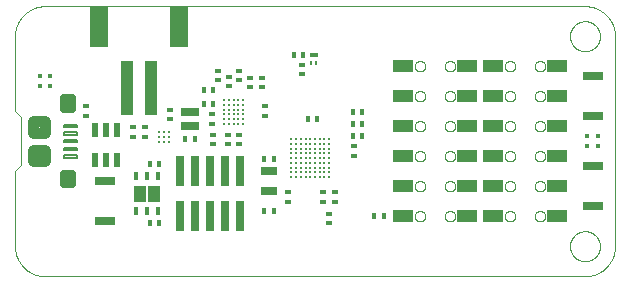
<source format=gtp>
G75*
%MOIN*%
%OFA0B0*%
%FSLAX25Y25*%
%IPPOS*%
%LPD*%
%AMOC8*
5,1,8,0,0,1.08239X$1,22.5*
%
%ADD10C,0.00000*%
%ADD11R,0.03937X0.18110*%
%ADD12R,0.06299X0.13386*%
%ADD13C,0.00709*%
%ADD14R,0.01575X0.01969*%
%ADD15R,0.01969X0.01575*%
%ADD16R,0.01772X0.01772*%
%ADD17R,0.06299X0.03150*%
%ADD18R,0.05512X0.02756*%
%ADD19R,0.02500X0.10000*%
%ADD20R,0.06600X0.04000*%
%ADD21R,0.02756X0.01575*%
%ADD22R,0.00984X0.01575*%
%ADD23R,0.01811X0.02795*%
%ADD24R,0.04134X0.05512*%
%ADD25R,0.02165X0.04724*%
%ADD26R,0.06693X0.03150*%
%ADD27C,0.00787*%
%ADD28C,0.02756*%
%ADD29C,0.03740*%
D10*
X0044595Y0120262D02*
X0224595Y0120262D01*
X0219595Y0130262D02*
X0219597Y0130403D01*
X0219603Y0130544D01*
X0219613Y0130684D01*
X0219627Y0130824D01*
X0219645Y0130964D01*
X0219666Y0131103D01*
X0219692Y0131242D01*
X0219721Y0131380D01*
X0219755Y0131516D01*
X0219792Y0131652D01*
X0219833Y0131787D01*
X0219878Y0131921D01*
X0219927Y0132053D01*
X0219979Y0132184D01*
X0220035Y0132313D01*
X0220095Y0132440D01*
X0220158Y0132566D01*
X0220224Y0132690D01*
X0220295Y0132813D01*
X0220368Y0132933D01*
X0220445Y0133051D01*
X0220525Y0133167D01*
X0220609Y0133280D01*
X0220695Y0133391D01*
X0220785Y0133500D01*
X0220878Y0133606D01*
X0220973Y0133709D01*
X0221072Y0133810D01*
X0221173Y0133908D01*
X0221277Y0134003D01*
X0221384Y0134095D01*
X0221493Y0134184D01*
X0221605Y0134269D01*
X0221719Y0134352D01*
X0221835Y0134432D01*
X0221954Y0134508D01*
X0222075Y0134580D01*
X0222197Y0134650D01*
X0222322Y0134715D01*
X0222448Y0134778D01*
X0222576Y0134836D01*
X0222706Y0134891D01*
X0222837Y0134943D01*
X0222970Y0134990D01*
X0223104Y0135034D01*
X0223239Y0135075D01*
X0223375Y0135111D01*
X0223512Y0135143D01*
X0223650Y0135172D01*
X0223788Y0135197D01*
X0223928Y0135217D01*
X0224068Y0135234D01*
X0224208Y0135247D01*
X0224349Y0135256D01*
X0224489Y0135261D01*
X0224630Y0135262D01*
X0224771Y0135259D01*
X0224912Y0135252D01*
X0225052Y0135241D01*
X0225192Y0135226D01*
X0225332Y0135207D01*
X0225471Y0135185D01*
X0225609Y0135158D01*
X0225747Y0135128D01*
X0225883Y0135093D01*
X0226019Y0135055D01*
X0226153Y0135013D01*
X0226287Y0134967D01*
X0226419Y0134918D01*
X0226549Y0134864D01*
X0226678Y0134807D01*
X0226805Y0134747D01*
X0226931Y0134683D01*
X0227054Y0134615D01*
X0227176Y0134544D01*
X0227296Y0134470D01*
X0227413Y0134392D01*
X0227528Y0134311D01*
X0227641Y0134227D01*
X0227752Y0134140D01*
X0227860Y0134049D01*
X0227965Y0133956D01*
X0228068Y0133859D01*
X0228168Y0133760D01*
X0228265Y0133658D01*
X0228359Y0133553D01*
X0228450Y0133446D01*
X0228538Y0133336D01*
X0228623Y0133224D01*
X0228705Y0133109D01*
X0228784Y0132992D01*
X0228859Y0132873D01*
X0228931Y0132752D01*
X0228999Y0132629D01*
X0229064Y0132504D01*
X0229126Y0132377D01*
X0229183Y0132248D01*
X0229238Y0132118D01*
X0229288Y0131987D01*
X0229335Y0131854D01*
X0229378Y0131720D01*
X0229417Y0131584D01*
X0229452Y0131448D01*
X0229484Y0131311D01*
X0229511Y0131173D01*
X0229535Y0131034D01*
X0229555Y0130894D01*
X0229571Y0130754D01*
X0229583Y0130614D01*
X0229591Y0130473D01*
X0229595Y0130332D01*
X0229595Y0130192D01*
X0229591Y0130051D01*
X0229583Y0129910D01*
X0229571Y0129770D01*
X0229555Y0129630D01*
X0229535Y0129490D01*
X0229511Y0129351D01*
X0229484Y0129213D01*
X0229452Y0129076D01*
X0229417Y0128940D01*
X0229378Y0128804D01*
X0229335Y0128670D01*
X0229288Y0128537D01*
X0229238Y0128406D01*
X0229183Y0128276D01*
X0229126Y0128147D01*
X0229064Y0128020D01*
X0228999Y0127895D01*
X0228931Y0127772D01*
X0228859Y0127651D01*
X0228784Y0127532D01*
X0228705Y0127415D01*
X0228623Y0127300D01*
X0228538Y0127188D01*
X0228450Y0127078D01*
X0228359Y0126971D01*
X0228265Y0126866D01*
X0228168Y0126764D01*
X0228068Y0126665D01*
X0227965Y0126568D01*
X0227860Y0126475D01*
X0227752Y0126384D01*
X0227641Y0126297D01*
X0227528Y0126213D01*
X0227413Y0126132D01*
X0227296Y0126054D01*
X0227176Y0125980D01*
X0227054Y0125909D01*
X0226931Y0125841D01*
X0226805Y0125777D01*
X0226678Y0125717D01*
X0226549Y0125660D01*
X0226419Y0125606D01*
X0226287Y0125557D01*
X0226153Y0125511D01*
X0226019Y0125469D01*
X0225883Y0125431D01*
X0225747Y0125396D01*
X0225609Y0125366D01*
X0225471Y0125339D01*
X0225332Y0125317D01*
X0225192Y0125298D01*
X0225052Y0125283D01*
X0224912Y0125272D01*
X0224771Y0125265D01*
X0224630Y0125262D01*
X0224489Y0125263D01*
X0224349Y0125268D01*
X0224208Y0125277D01*
X0224068Y0125290D01*
X0223928Y0125307D01*
X0223788Y0125327D01*
X0223650Y0125352D01*
X0223512Y0125381D01*
X0223375Y0125413D01*
X0223239Y0125449D01*
X0223104Y0125490D01*
X0222970Y0125534D01*
X0222837Y0125581D01*
X0222706Y0125633D01*
X0222576Y0125688D01*
X0222448Y0125746D01*
X0222322Y0125809D01*
X0222197Y0125874D01*
X0222075Y0125944D01*
X0221954Y0126016D01*
X0221835Y0126092D01*
X0221719Y0126172D01*
X0221605Y0126255D01*
X0221493Y0126340D01*
X0221384Y0126429D01*
X0221277Y0126521D01*
X0221173Y0126616D01*
X0221072Y0126714D01*
X0220973Y0126815D01*
X0220878Y0126918D01*
X0220785Y0127024D01*
X0220695Y0127133D01*
X0220609Y0127244D01*
X0220525Y0127357D01*
X0220445Y0127473D01*
X0220368Y0127591D01*
X0220295Y0127711D01*
X0220224Y0127834D01*
X0220158Y0127958D01*
X0220095Y0128084D01*
X0220035Y0128211D01*
X0219979Y0128340D01*
X0219927Y0128471D01*
X0219878Y0128603D01*
X0219833Y0128737D01*
X0219792Y0128872D01*
X0219755Y0129008D01*
X0219721Y0129144D01*
X0219692Y0129282D01*
X0219666Y0129421D01*
X0219645Y0129560D01*
X0219627Y0129700D01*
X0219613Y0129840D01*
X0219603Y0129980D01*
X0219597Y0130121D01*
X0219595Y0130262D01*
X0224595Y0120262D02*
X0224837Y0120265D01*
X0225078Y0120274D01*
X0225319Y0120288D01*
X0225560Y0120309D01*
X0225800Y0120335D01*
X0226040Y0120367D01*
X0226279Y0120405D01*
X0226516Y0120448D01*
X0226753Y0120498D01*
X0226988Y0120553D01*
X0227222Y0120613D01*
X0227454Y0120680D01*
X0227685Y0120751D01*
X0227914Y0120829D01*
X0228141Y0120912D01*
X0228366Y0121000D01*
X0228589Y0121094D01*
X0228809Y0121193D01*
X0229027Y0121298D01*
X0229242Y0121407D01*
X0229455Y0121522D01*
X0229665Y0121642D01*
X0229871Y0121767D01*
X0230075Y0121897D01*
X0230276Y0122032D01*
X0230473Y0122172D01*
X0230667Y0122316D01*
X0230857Y0122465D01*
X0231043Y0122619D01*
X0231226Y0122777D01*
X0231405Y0122939D01*
X0231580Y0123106D01*
X0231751Y0123277D01*
X0231918Y0123452D01*
X0232080Y0123631D01*
X0232238Y0123814D01*
X0232392Y0124000D01*
X0232541Y0124190D01*
X0232685Y0124384D01*
X0232825Y0124581D01*
X0232960Y0124782D01*
X0233090Y0124986D01*
X0233215Y0125192D01*
X0233335Y0125402D01*
X0233450Y0125615D01*
X0233559Y0125830D01*
X0233664Y0126048D01*
X0233763Y0126268D01*
X0233857Y0126491D01*
X0233945Y0126716D01*
X0234028Y0126943D01*
X0234106Y0127172D01*
X0234177Y0127403D01*
X0234244Y0127635D01*
X0234304Y0127869D01*
X0234359Y0128104D01*
X0234409Y0128341D01*
X0234452Y0128578D01*
X0234490Y0128817D01*
X0234522Y0129057D01*
X0234548Y0129297D01*
X0234569Y0129538D01*
X0234583Y0129779D01*
X0234592Y0130020D01*
X0234595Y0130262D01*
X0234595Y0200262D01*
X0219595Y0200262D02*
X0219597Y0200403D01*
X0219603Y0200544D01*
X0219613Y0200684D01*
X0219627Y0200824D01*
X0219645Y0200964D01*
X0219666Y0201103D01*
X0219692Y0201242D01*
X0219721Y0201380D01*
X0219755Y0201516D01*
X0219792Y0201652D01*
X0219833Y0201787D01*
X0219878Y0201921D01*
X0219927Y0202053D01*
X0219979Y0202184D01*
X0220035Y0202313D01*
X0220095Y0202440D01*
X0220158Y0202566D01*
X0220224Y0202690D01*
X0220295Y0202813D01*
X0220368Y0202933D01*
X0220445Y0203051D01*
X0220525Y0203167D01*
X0220609Y0203280D01*
X0220695Y0203391D01*
X0220785Y0203500D01*
X0220878Y0203606D01*
X0220973Y0203709D01*
X0221072Y0203810D01*
X0221173Y0203908D01*
X0221277Y0204003D01*
X0221384Y0204095D01*
X0221493Y0204184D01*
X0221605Y0204269D01*
X0221719Y0204352D01*
X0221835Y0204432D01*
X0221954Y0204508D01*
X0222075Y0204580D01*
X0222197Y0204650D01*
X0222322Y0204715D01*
X0222448Y0204778D01*
X0222576Y0204836D01*
X0222706Y0204891D01*
X0222837Y0204943D01*
X0222970Y0204990D01*
X0223104Y0205034D01*
X0223239Y0205075D01*
X0223375Y0205111D01*
X0223512Y0205143D01*
X0223650Y0205172D01*
X0223788Y0205197D01*
X0223928Y0205217D01*
X0224068Y0205234D01*
X0224208Y0205247D01*
X0224349Y0205256D01*
X0224489Y0205261D01*
X0224630Y0205262D01*
X0224771Y0205259D01*
X0224912Y0205252D01*
X0225052Y0205241D01*
X0225192Y0205226D01*
X0225332Y0205207D01*
X0225471Y0205185D01*
X0225609Y0205158D01*
X0225747Y0205128D01*
X0225883Y0205093D01*
X0226019Y0205055D01*
X0226153Y0205013D01*
X0226287Y0204967D01*
X0226419Y0204918D01*
X0226549Y0204864D01*
X0226678Y0204807D01*
X0226805Y0204747D01*
X0226931Y0204683D01*
X0227054Y0204615D01*
X0227176Y0204544D01*
X0227296Y0204470D01*
X0227413Y0204392D01*
X0227528Y0204311D01*
X0227641Y0204227D01*
X0227752Y0204140D01*
X0227860Y0204049D01*
X0227965Y0203956D01*
X0228068Y0203859D01*
X0228168Y0203760D01*
X0228265Y0203658D01*
X0228359Y0203553D01*
X0228450Y0203446D01*
X0228538Y0203336D01*
X0228623Y0203224D01*
X0228705Y0203109D01*
X0228784Y0202992D01*
X0228859Y0202873D01*
X0228931Y0202752D01*
X0228999Y0202629D01*
X0229064Y0202504D01*
X0229126Y0202377D01*
X0229183Y0202248D01*
X0229238Y0202118D01*
X0229288Y0201987D01*
X0229335Y0201854D01*
X0229378Y0201720D01*
X0229417Y0201584D01*
X0229452Y0201448D01*
X0229484Y0201311D01*
X0229511Y0201173D01*
X0229535Y0201034D01*
X0229555Y0200894D01*
X0229571Y0200754D01*
X0229583Y0200614D01*
X0229591Y0200473D01*
X0229595Y0200332D01*
X0229595Y0200192D01*
X0229591Y0200051D01*
X0229583Y0199910D01*
X0229571Y0199770D01*
X0229555Y0199630D01*
X0229535Y0199490D01*
X0229511Y0199351D01*
X0229484Y0199213D01*
X0229452Y0199076D01*
X0229417Y0198940D01*
X0229378Y0198804D01*
X0229335Y0198670D01*
X0229288Y0198537D01*
X0229238Y0198406D01*
X0229183Y0198276D01*
X0229126Y0198147D01*
X0229064Y0198020D01*
X0228999Y0197895D01*
X0228931Y0197772D01*
X0228859Y0197651D01*
X0228784Y0197532D01*
X0228705Y0197415D01*
X0228623Y0197300D01*
X0228538Y0197188D01*
X0228450Y0197078D01*
X0228359Y0196971D01*
X0228265Y0196866D01*
X0228168Y0196764D01*
X0228068Y0196665D01*
X0227965Y0196568D01*
X0227860Y0196475D01*
X0227752Y0196384D01*
X0227641Y0196297D01*
X0227528Y0196213D01*
X0227413Y0196132D01*
X0227296Y0196054D01*
X0227176Y0195980D01*
X0227054Y0195909D01*
X0226931Y0195841D01*
X0226805Y0195777D01*
X0226678Y0195717D01*
X0226549Y0195660D01*
X0226419Y0195606D01*
X0226287Y0195557D01*
X0226153Y0195511D01*
X0226019Y0195469D01*
X0225883Y0195431D01*
X0225747Y0195396D01*
X0225609Y0195366D01*
X0225471Y0195339D01*
X0225332Y0195317D01*
X0225192Y0195298D01*
X0225052Y0195283D01*
X0224912Y0195272D01*
X0224771Y0195265D01*
X0224630Y0195262D01*
X0224489Y0195263D01*
X0224349Y0195268D01*
X0224208Y0195277D01*
X0224068Y0195290D01*
X0223928Y0195307D01*
X0223788Y0195327D01*
X0223650Y0195352D01*
X0223512Y0195381D01*
X0223375Y0195413D01*
X0223239Y0195449D01*
X0223104Y0195490D01*
X0222970Y0195534D01*
X0222837Y0195581D01*
X0222706Y0195633D01*
X0222576Y0195688D01*
X0222448Y0195746D01*
X0222322Y0195809D01*
X0222197Y0195874D01*
X0222075Y0195944D01*
X0221954Y0196016D01*
X0221835Y0196092D01*
X0221719Y0196172D01*
X0221605Y0196255D01*
X0221493Y0196340D01*
X0221384Y0196429D01*
X0221277Y0196521D01*
X0221173Y0196616D01*
X0221072Y0196714D01*
X0220973Y0196815D01*
X0220878Y0196918D01*
X0220785Y0197024D01*
X0220695Y0197133D01*
X0220609Y0197244D01*
X0220525Y0197357D01*
X0220445Y0197473D01*
X0220368Y0197591D01*
X0220295Y0197711D01*
X0220224Y0197834D01*
X0220158Y0197958D01*
X0220095Y0198084D01*
X0220035Y0198211D01*
X0219979Y0198340D01*
X0219927Y0198471D01*
X0219878Y0198603D01*
X0219833Y0198737D01*
X0219792Y0198872D01*
X0219755Y0199008D01*
X0219721Y0199144D01*
X0219692Y0199282D01*
X0219666Y0199421D01*
X0219645Y0199560D01*
X0219627Y0199700D01*
X0219613Y0199840D01*
X0219603Y0199980D01*
X0219597Y0200121D01*
X0219595Y0200262D01*
X0224595Y0210262D02*
X0224837Y0210259D01*
X0225078Y0210250D01*
X0225319Y0210236D01*
X0225560Y0210215D01*
X0225800Y0210189D01*
X0226040Y0210157D01*
X0226279Y0210119D01*
X0226516Y0210076D01*
X0226753Y0210026D01*
X0226988Y0209971D01*
X0227222Y0209911D01*
X0227454Y0209844D01*
X0227685Y0209773D01*
X0227914Y0209695D01*
X0228141Y0209612D01*
X0228366Y0209524D01*
X0228589Y0209430D01*
X0228809Y0209331D01*
X0229027Y0209226D01*
X0229242Y0209117D01*
X0229455Y0209002D01*
X0229665Y0208882D01*
X0229871Y0208757D01*
X0230075Y0208627D01*
X0230276Y0208492D01*
X0230473Y0208352D01*
X0230667Y0208208D01*
X0230857Y0208059D01*
X0231043Y0207905D01*
X0231226Y0207747D01*
X0231405Y0207585D01*
X0231580Y0207418D01*
X0231751Y0207247D01*
X0231918Y0207072D01*
X0232080Y0206893D01*
X0232238Y0206710D01*
X0232392Y0206524D01*
X0232541Y0206334D01*
X0232685Y0206140D01*
X0232825Y0205943D01*
X0232960Y0205742D01*
X0233090Y0205538D01*
X0233215Y0205332D01*
X0233335Y0205122D01*
X0233450Y0204909D01*
X0233559Y0204694D01*
X0233664Y0204476D01*
X0233763Y0204256D01*
X0233857Y0204033D01*
X0233945Y0203808D01*
X0234028Y0203581D01*
X0234106Y0203352D01*
X0234177Y0203121D01*
X0234244Y0202889D01*
X0234304Y0202655D01*
X0234359Y0202420D01*
X0234409Y0202183D01*
X0234452Y0201946D01*
X0234490Y0201707D01*
X0234522Y0201467D01*
X0234548Y0201227D01*
X0234569Y0200986D01*
X0234583Y0200745D01*
X0234592Y0200504D01*
X0234595Y0200262D01*
X0224595Y0210262D02*
X0044595Y0210262D01*
X0044353Y0210259D01*
X0044112Y0210250D01*
X0043871Y0210236D01*
X0043630Y0210215D01*
X0043390Y0210189D01*
X0043150Y0210157D01*
X0042911Y0210119D01*
X0042674Y0210076D01*
X0042437Y0210026D01*
X0042202Y0209971D01*
X0041968Y0209911D01*
X0041736Y0209844D01*
X0041505Y0209773D01*
X0041276Y0209695D01*
X0041049Y0209612D01*
X0040824Y0209524D01*
X0040601Y0209430D01*
X0040381Y0209331D01*
X0040163Y0209226D01*
X0039948Y0209117D01*
X0039735Y0209002D01*
X0039525Y0208882D01*
X0039319Y0208757D01*
X0039115Y0208627D01*
X0038914Y0208492D01*
X0038717Y0208352D01*
X0038523Y0208208D01*
X0038333Y0208059D01*
X0038147Y0207905D01*
X0037964Y0207747D01*
X0037785Y0207585D01*
X0037610Y0207418D01*
X0037439Y0207247D01*
X0037272Y0207072D01*
X0037110Y0206893D01*
X0036952Y0206710D01*
X0036798Y0206524D01*
X0036649Y0206334D01*
X0036505Y0206140D01*
X0036365Y0205943D01*
X0036230Y0205742D01*
X0036100Y0205538D01*
X0035975Y0205332D01*
X0035855Y0205122D01*
X0035740Y0204909D01*
X0035631Y0204694D01*
X0035526Y0204476D01*
X0035427Y0204256D01*
X0035333Y0204033D01*
X0035245Y0203808D01*
X0035162Y0203581D01*
X0035084Y0203352D01*
X0035013Y0203121D01*
X0034946Y0202889D01*
X0034886Y0202655D01*
X0034831Y0202420D01*
X0034781Y0202183D01*
X0034738Y0201946D01*
X0034700Y0201707D01*
X0034668Y0201467D01*
X0034642Y0201227D01*
X0034621Y0200986D01*
X0034607Y0200745D01*
X0034598Y0200504D01*
X0034595Y0200262D01*
X0034595Y0175262D01*
X0036595Y0173262D01*
X0036595Y0157262D01*
X0034595Y0155262D01*
X0034595Y0130262D01*
X0034598Y0130020D01*
X0034607Y0129779D01*
X0034621Y0129538D01*
X0034642Y0129297D01*
X0034668Y0129057D01*
X0034700Y0128817D01*
X0034738Y0128578D01*
X0034781Y0128341D01*
X0034831Y0128104D01*
X0034886Y0127869D01*
X0034946Y0127635D01*
X0035013Y0127403D01*
X0035084Y0127172D01*
X0035162Y0126943D01*
X0035245Y0126716D01*
X0035333Y0126491D01*
X0035427Y0126268D01*
X0035526Y0126048D01*
X0035631Y0125830D01*
X0035740Y0125615D01*
X0035855Y0125402D01*
X0035975Y0125192D01*
X0036100Y0124986D01*
X0036230Y0124782D01*
X0036365Y0124581D01*
X0036505Y0124384D01*
X0036649Y0124190D01*
X0036798Y0124000D01*
X0036952Y0123814D01*
X0037110Y0123631D01*
X0037272Y0123452D01*
X0037439Y0123277D01*
X0037610Y0123106D01*
X0037785Y0122939D01*
X0037964Y0122777D01*
X0038147Y0122619D01*
X0038333Y0122465D01*
X0038523Y0122316D01*
X0038717Y0122172D01*
X0038914Y0122032D01*
X0039115Y0121897D01*
X0039319Y0121767D01*
X0039525Y0121642D01*
X0039735Y0121522D01*
X0039948Y0121407D01*
X0040163Y0121298D01*
X0040381Y0121193D01*
X0040601Y0121094D01*
X0040824Y0121000D01*
X0041049Y0120912D01*
X0041276Y0120829D01*
X0041505Y0120751D01*
X0041736Y0120680D01*
X0041968Y0120613D01*
X0042202Y0120553D01*
X0042437Y0120498D01*
X0042674Y0120448D01*
X0042911Y0120405D01*
X0043150Y0120367D01*
X0043390Y0120335D01*
X0043630Y0120309D01*
X0043871Y0120288D01*
X0044112Y0120274D01*
X0044353Y0120265D01*
X0044595Y0120262D01*
X0167845Y0140262D02*
X0167847Y0140345D01*
X0167853Y0140428D01*
X0167863Y0140511D01*
X0167877Y0140593D01*
X0167894Y0140675D01*
X0167916Y0140755D01*
X0167941Y0140834D01*
X0167970Y0140912D01*
X0168003Y0140989D01*
X0168040Y0141064D01*
X0168079Y0141137D01*
X0168123Y0141208D01*
X0168169Y0141277D01*
X0168219Y0141344D01*
X0168272Y0141408D01*
X0168328Y0141470D01*
X0168387Y0141529D01*
X0168449Y0141585D01*
X0168513Y0141638D01*
X0168580Y0141688D01*
X0168649Y0141734D01*
X0168720Y0141778D01*
X0168793Y0141817D01*
X0168868Y0141854D01*
X0168945Y0141887D01*
X0169023Y0141916D01*
X0169102Y0141941D01*
X0169182Y0141963D01*
X0169264Y0141980D01*
X0169346Y0141994D01*
X0169429Y0142004D01*
X0169512Y0142010D01*
X0169595Y0142012D01*
X0169678Y0142010D01*
X0169761Y0142004D01*
X0169844Y0141994D01*
X0169926Y0141980D01*
X0170008Y0141963D01*
X0170088Y0141941D01*
X0170167Y0141916D01*
X0170245Y0141887D01*
X0170322Y0141854D01*
X0170397Y0141817D01*
X0170470Y0141778D01*
X0170541Y0141734D01*
X0170610Y0141688D01*
X0170677Y0141638D01*
X0170741Y0141585D01*
X0170803Y0141529D01*
X0170862Y0141470D01*
X0170918Y0141408D01*
X0170971Y0141344D01*
X0171021Y0141277D01*
X0171067Y0141208D01*
X0171111Y0141137D01*
X0171150Y0141064D01*
X0171187Y0140989D01*
X0171220Y0140912D01*
X0171249Y0140834D01*
X0171274Y0140755D01*
X0171296Y0140675D01*
X0171313Y0140593D01*
X0171327Y0140511D01*
X0171337Y0140428D01*
X0171343Y0140345D01*
X0171345Y0140262D01*
X0171343Y0140179D01*
X0171337Y0140096D01*
X0171327Y0140013D01*
X0171313Y0139931D01*
X0171296Y0139849D01*
X0171274Y0139769D01*
X0171249Y0139690D01*
X0171220Y0139612D01*
X0171187Y0139535D01*
X0171150Y0139460D01*
X0171111Y0139387D01*
X0171067Y0139316D01*
X0171021Y0139247D01*
X0170971Y0139180D01*
X0170918Y0139116D01*
X0170862Y0139054D01*
X0170803Y0138995D01*
X0170741Y0138939D01*
X0170677Y0138886D01*
X0170610Y0138836D01*
X0170541Y0138790D01*
X0170470Y0138746D01*
X0170397Y0138707D01*
X0170322Y0138670D01*
X0170245Y0138637D01*
X0170167Y0138608D01*
X0170088Y0138583D01*
X0170008Y0138561D01*
X0169926Y0138544D01*
X0169844Y0138530D01*
X0169761Y0138520D01*
X0169678Y0138514D01*
X0169595Y0138512D01*
X0169512Y0138514D01*
X0169429Y0138520D01*
X0169346Y0138530D01*
X0169264Y0138544D01*
X0169182Y0138561D01*
X0169102Y0138583D01*
X0169023Y0138608D01*
X0168945Y0138637D01*
X0168868Y0138670D01*
X0168793Y0138707D01*
X0168720Y0138746D01*
X0168649Y0138790D01*
X0168580Y0138836D01*
X0168513Y0138886D01*
X0168449Y0138939D01*
X0168387Y0138995D01*
X0168328Y0139054D01*
X0168272Y0139116D01*
X0168219Y0139180D01*
X0168169Y0139247D01*
X0168123Y0139316D01*
X0168079Y0139387D01*
X0168040Y0139460D01*
X0168003Y0139535D01*
X0167970Y0139612D01*
X0167941Y0139690D01*
X0167916Y0139769D01*
X0167894Y0139849D01*
X0167877Y0139931D01*
X0167863Y0140013D01*
X0167853Y0140096D01*
X0167847Y0140179D01*
X0167845Y0140262D01*
X0177845Y0140262D02*
X0177847Y0140345D01*
X0177853Y0140428D01*
X0177863Y0140511D01*
X0177877Y0140593D01*
X0177894Y0140675D01*
X0177916Y0140755D01*
X0177941Y0140834D01*
X0177970Y0140912D01*
X0178003Y0140989D01*
X0178040Y0141064D01*
X0178079Y0141137D01*
X0178123Y0141208D01*
X0178169Y0141277D01*
X0178219Y0141344D01*
X0178272Y0141408D01*
X0178328Y0141470D01*
X0178387Y0141529D01*
X0178449Y0141585D01*
X0178513Y0141638D01*
X0178580Y0141688D01*
X0178649Y0141734D01*
X0178720Y0141778D01*
X0178793Y0141817D01*
X0178868Y0141854D01*
X0178945Y0141887D01*
X0179023Y0141916D01*
X0179102Y0141941D01*
X0179182Y0141963D01*
X0179264Y0141980D01*
X0179346Y0141994D01*
X0179429Y0142004D01*
X0179512Y0142010D01*
X0179595Y0142012D01*
X0179678Y0142010D01*
X0179761Y0142004D01*
X0179844Y0141994D01*
X0179926Y0141980D01*
X0180008Y0141963D01*
X0180088Y0141941D01*
X0180167Y0141916D01*
X0180245Y0141887D01*
X0180322Y0141854D01*
X0180397Y0141817D01*
X0180470Y0141778D01*
X0180541Y0141734D01*
X0180610Y0141688D01*
X0180677Y0141638D01*
X0180741Y0141585D01*
X0180803Y0141529D01*
X0180862Y0141470D01*
X0180918Y0141408D01*
X0180971Y0141344D01*
X0181021Y0141277D01*
X0181067Y0141208D01*
X0181111Y0141137D01*
X0181150Y0141064D01*
X0181187Y0140989D01*
X0181220Y0140912D01*
X0181249Y0140834D01*
X0181274Y0140755D01*
X0181296Y0140675D01*
X0181313Y0140593D01*
X0181327Y0140511D01*
X0181337Y0140428D01*
X0181343Y0140345D01*
X0181345Y0140262D01*
X0181343Y0140179D01*
X0181337Y0140096D01*
X0181327Y0140013D01*
X0181313Y0139931D01*
X0181296Y0139849D01*
X0181274Y0139769D01*
X0181249Y0139690D01*
X0181220Y0139612D01*
X0181187Y0139535D01*
X0181150Y0139460D01*
X0181111Y0139387D01*
X0181067Y0139316D01*
X0181021Y0139247D01*
X0180971Y0139180D01*
X0180918Y0139116D01*
X0180862Y0139054D01*
X0180803Y0138995D01*
X0180741Y0138939D01*
X0180677Y0138886D01*
X0180610Y0138836D01*
X0180541Y0138790D01*
X0180470Y0138746D01*
X0180397Y0138707D01*
X0180322Y0138670D01*
X0180245Y0138637D01*
X0180167Y0138608D01*
X0180088Y0138583D01*
X0180008Y0138561D01*
X0179926Y0138544D01*
X0179844Y0138530D01*
X0179761Y0138520D01*
X0179678Y0138514D01*
X0179595Y0138512D01*
X0179512Y0138514D01*
X0179429Y0138520D01*
X0179346Y0138530D01*
X0179264Y0138544D01*
X0179182Y0138561D01*
X0179102Y0138583D01*
X0179023Y0138608D01*
X0178945Y0138637D01*
X0178868Y0138670D01*
X0178793Y0138707D01*
X0178720Y0138746D01*
X0178649Y0138790D01*
X0178580Y0138836D01*
X0178513Y0138886D01*
X0178449Y0138939D01*
X0178387Y0138995D01*
X0178328Y0139054D01*
X0178272Y0139116D01*
X0178219Y0139180D01*
X0178169Y0139247D01*
X0178123Y0139316D01*
X0178079Y0139387D01*
X0178040Y0139460D01*
X0178003Y0139535D01*
X0177970Y0139612D01*
X0177941Y0139690D01*
X0177916Y0139769D01*
X0177894Y0139849D01*
X0177877Y0139931D01*
X0177863Y0140013D01*
X0177853Y0140096D01*
X0177847Y0140179D01*
X0177845Y0140262D01*
X0177845Y0150262D02*
X0177847Y0150345D01*
X0177853Y0150428D01*
X0177863Y0150511D01*
X0177877Y0150593D01*
X0177894Y0150675D01*
X0177916Y0150755D01*
X0177941Y0150834D01*
X0177970Y0150912D01*
X0178003Y0150989D01*
X0178040Y0151064D01*
X0178079Y0151137D01*
X0178123Y0151208D01*
X0178169Y0151277D01*
X0178219Y0151344D01*
X0178272Y0151408D01*
X0178328Y0151470D01*
X0178387Y0151529D01*
X0178449Y0151585D01*
X0178513Y0151638D01*
X0178580Y0151688D01*
X0178649Y0151734D01*
X0178720Y0151778D01*
X0178793Y0151817D01*
X0178868Y0151854D01*
X0178945Y0151887D01*
X0179023Y0151916D01*
X0179102Y0151941D01*
X0179182Y0151963D01*
X0179264Y0151980D01*
X0179346Y0151994D01*
X0179429Y0152004D01*
X0179512Y0152010D01*
X0179595Y0152012D01*
X0179678Y0152010D01*
X0179761Y0152004D01*
X0179844Y0151994D01*
X0179926Y0151980D01*
X0180008Y0151963D01*
X0180088Y0151941D01*
X0180167Y0151916D01*
X0180245Y0151887D01*
X0180322Y0151854D01*
X0180397Y0151817D01*
X0180470Y0151778D01*
X0180541Y0151734D01*
X0180610Y0151688D01*
X0180677Y0151638D01*
X0180741Y0151585D01*
X0180803Y0151529D01*
X0180862Y0151470D01*
X0180918Y0151408D01*
X0180971Y0151344D01*
X0181021Y0151277D01*
X0181067Y0151208D01*
X0181111Y0151137D01*
X0181150Y0151064D01*
X0181187Y0150989D01*
X0181220Y0150912D01*
X0181249Y0150834D01*
X0181274Y0150755D01*
X0181296Y0150675D01*
X0181313Y0150593D01*
X0181327Y0150511D01*
X0181337Y0150428D01*
X0181343Y0150345D01*
X0181345Y0150262D01*
X0181343Y0150179D01*
X0181337Y0150096D01*
X0181327Y0150013D01*
X0181313Y0149931D01*
X0181296Y0149849D01*
X0181274Y0149769D01*
X0181249Y0149690D01*
X0181220Y0149612D01*
X0181187Y0149535D01*
X0181150Y0149460D01*
X0181111Y0149387D01*
X0181067Y0149316D01*
X0181021Y0149247D01*
X0180971Y0149180D01*
X0180918Y0149116D01*
X0180862Y0149054D01*
X0180803Y0148995D01*
X0180741Y0148939D01*
X0180677Y0148886D01*
X0180610Y0148836D01*
X0180541Y0148790D01*
X0180470Y0148746D01*
X0180397Y0148707D01*
X0180322Y0148670D01*
X0180245Y0148637D01*
X0180167Y0148608D01*
X0180088Y0148583D01*
X0180008Y0148561D01*
X0179926Y0148544D01*
X0179844Y0148530D01*
X0179761Y0148520D01*
X0179678Y0148514D01*
X0179595Y0148512D01*
X0179512Y0148514D01*
X0179429Y0148520D01*
X0179346Y0148530D01*
X0179264Y0148544D01*
X0179182Y0148561D01*
X0179102Y0148583D01*
X0179023Y0148608D01*
X0178945Y0148637D01*
X0178868Y0148670D01*
X0178793Y0148707D01*
X0178720Y0148746D01*
X0178649Y0148790D01*
X0178580Y0148836D01*
X0178513Y0148886D01*
X0178449Y0148939D01*
X0178387Y0148995D01*
X0178328Y0149054D01*
X0178272Y0149116D01*
X0178219Y0149180D01*
X0178169Y0149247D01*
X0178123Y0149316D01*
X0178079Y0149387D01*
X0178040Y0149460D01*
X0178003Y0149535D01*
X0177970Y0149612D01*
X0177941Y0149690D01*
X0177916Y0149769D01*
X0177894Y0149849D01*
X0177877Y0149931D01*
X0177863Y0150013D01*
X0177853Y0150096D01*
X0177847Y0150179D01*
X0177845Y0150262D01*
X0167845Y0150262D02*
X0167847Y0150345D01*
X0167853Y0150428D01*
X0167863Y0150511D01*
X0167877Y0150593D01*
X0167894Y0150675D01*
X0167916Y0150755D01*
X0167941Y0150834D01*
X0167970Y0150912D01*
X0168003Y0150989D01*
X0168040Y0151064D01*
X0168079Y0151137D01*
X0168123Y0151208D01*
X0168169Y0151277D01*
X0168219Y0151344D01*
X0168272Y0151408D01*
X0168328Y0151470D01*
X0168387Y0151529D01*
X0168449Y0151585D01*
X0168513Y0151638D01*
X0168580Y0151688D01*
X0168649Y0151734D01*
X0168720Y0151778D01*
X0168793Y0151817D01*
X0168868Y0151854D01*
X0168945Y0151887D01*
X0169023Y0151916D01*
X0169102Y0151941D01*
X0169182Y0151963D01*
X0169264Y0151980D01*
X0169346Y0151994D01*
X0169429Y0152004D01*
X0169512Y0152010D01*
X0169595Y0152012D01*
X0169678Y0152010D01*
X0169761Y0152004D01*
X0169844Y0151994D01*
X0169926Y0151980D01*
X0170008Y0151963D01*
X0170088Y0151941D01*
X0170167Y0151916D01*
X0170245Y0151887D01*
X0170322Y0151854D01*
X0170397Y0151817D01*
X0170470Y0151778D01*
X0170541Y0151734D01*
X0170610Y0151688D01*
X0170677Y0151638D01*
X0170741Y0151585D01*
X0170803Y0151529D01*
X0170862Y0151470D01*
X0170918Y0151408D01*
X0170971Y0151344D01*
X0171021Y0151277D01*
X0171067Y0151208D01*
X0171111Y0151137D01*
X0171150Y0151064D01*
X0171187Y0150989D01*
X0171220Y0150912D01*
X0171249Y0150834D01*
X0171274Y0150755D01*
X0171296Y0150675D01*
X0171313Y0150593D01*
X0171327Y0150511D01*
X0171337Y0150428D01*
X0171343Y0150345D01*
X0171345Y0150262D01*
X0171343Y0150179D01*
X0171337Y0150096D01*
X0171327Y0150013D01*
X0171313Y0149931D01*
X0171296Y0149849D01*
X0171274Y0149769D01*
X0171249Y0149690D01*
X0171220Y0149612D01*
X0171187Y0149535D01*
X0171150Y0149460D01*
X0171111Y0149387D01*
X0171067Y0149316D01*
X0171021Y0149247D01*
X0170971Y0149180D01*
X0170918Y0149116D01*
X0170862Y0149054D01*
X0170803Y0148995D01*
X0170741Y0148939D01*
X0170677Y0148886D01*
X0170610Y0148836D01*
X0170541Y0148790D01*
X0170470Y0148746D01*
X0170397Y0148707D01*
X0170322Y0148670D01*
X0170245Y0148637D01*
X0170167Y0148608D01*
X0170088Y0148583D01*
X0170008Y0148561D01*
X0169926Y0148544D01*
X0169844Y0148530D01*
X0169761Y0148520D01*
X0169678Y0148514D01*
X0169595Y0148512D01*
X0169512Y0148514D01*
X0169429Y0148520D01*
X0169346Y0148530D01*
X0169264Y0148544D01*
X0169182Y0148561D01*
X0169102Y0148583D01*
X0169023Y0148608D01*
X0168945Y0148637D01*
X0168868Y0148670D01*
X0168793Y0148707D01*
X0168720Y0148746D01*
X0168649Y0148790D01*
X0168580Y0148836D01*
X0168513Y0148886D01*
X0168449Y0148939D01*
X0168387Y0148995D01*
X0168328Y0149054D01*
X0168272Y0149116D01*
X0168219Y0149180D01*
X0168169Y0149247D01*
X0168123Y0149316D01*
X0168079Y0149387D01*
X0168040Y0149460D01*
X0168003Y0149535D01*
X0167970Y0149612D01*
X0167941Y0149690D01*
X0167916Y0149769D01*
X0167894Y0149849D01*
X0167877Y0149931D01*
X0167863Y0150013D01*
X0167853Y0150096D01*
X0167847Y0150179D01*
X0167845Y0150262D01*
X0167845Y0160262D02*
X0167847Y0160345D01*
X0167853Y0160428D01*
X0167863Y0160511D01*
X0167877Y0160593D01*
X0167894Y0160675D01*
X0167916Y0160755D01*
X0167941Y0160834D01*
X0167970Y0160912D01*
X0168003Y0160989D01*
X0168040Y0161064D01*
X0168079Y0161137D01*
X0168123Y0161208D01*
X0168169Y0161277D01*
X0168219Y0161344D01*
X0168272Y0161408D01*
X0168328Y0161470D01*
X0168387Y0161529D01*
X0168449Y0161585D01*
X0168513Y0161638D01*
X0168580Y0161688D01*
X0168649Y0161734D01*
X0168720Y0161778D01*
X0168793Y0161817D01*
X0168868Y0161854D01*
X0168945Y0161887D01*
X0169023Y0161916D01*
X0169102Y0161941D01*
X0169182Y0161963D01*
X0169264Y0161980D01*
X0169346Y0161994D01*
X0169429Y0162004D01*
X0169512Y0162010D01*
X0169595Y0162012D01*
X0169678Y0162010D01*
X0169761Y0162004D01*
X0169844Y0161994D01*
X0169926Y0161980D01*
X0170008Y0161963D01*
X0170088Y0161941D01*
X0170167Y0161916D01*
X0170245Y0161887D01*
X0170322Y0161854D01*
X0170397Y0161817D01*
X0170470Y0161778D01*
X0170541Y0161734D01*
X0170610Y0161688D01*
X0170677Y0161638D01*
X0170741Y0161585D01*
X0170803Y0161529D01*
X0170862Y0161470D01*
X0170918Y0161408D01*
X0170971Y0161344D01*
X0171021Y0161277D01*
X0171067Y0161208D01*
X0171111Y0161137D01*
X0171150Y0161064D01*
X0171187Y0160989D01*
X0171220Y0160912D01*
X0171249Y0160834D01*
X0171274Y0160755D01*
X0171296Y0160675D01*
X0171313Y0160593D01*
X0171327Y0160511D01*
X0171337Y0160428D01*
X0171343Y0160345D01*
X0171345Y0160262D01*
X0171343Y0160179D01*
X0171337Y0160096D01*
X0171327Y0160013D01*
X0171313Y0159931D01*
X0171296Y0159849D01*
X0171274Y0159769D01*
X0171249Y0159690D01*
X0171220Y0159612D01*
X0171187Y0159535D01*
X0171150Y0159460D01*
X0171111Y0159387D01*
X0171067Y0159316D01*
X0171021Y0159247D01*
X0170971Y0159180D01*
X0170918Y0159116D01*
X0170862Y0159054D01*
X0170803Y0158995D01*
X0170741Y0158939D01*
X0170677Y0158886D01*
X0170610Y0158836D01*
X0170541Y0158790D01*
X0170470Y0158746D01*
X0170397Y0158707D01*
X0170322Y0158670D01*
X0170245Y0158637D01*
X0170167Y0158608D01*
X0170088Y0158583D01*
X0170008Y0158561D01*
X0169926Y0158544D01*
X0169844Y0158530D01*
X0169761Y0158520D01*
X0169678Y0158514D01*
X0169595Y0158512D01*
X0169512Y0158514D01*
X0169429Y0158520D01*
X0169346Y0158530D01*
X0169264Y0158544D01*
X0169182Y0158561D01*
X0169102Y0158583D01*
X0169023Y0158608D01*
X0168945Y0158637D01*
X0168868Y0158670D01*
X0168793Y0158707D01*
X0168720Y0158746D01*
X0168649Y0158790D01*
X0168580Y0158836D01*
X0168513Y0158886D01*
X0168449Y0158939D01*
X0168387Y0158995D01*
X0168328Y0159054D01*
X0168272Y0159116D01*
X0168219Y0159180D01*
X0168169Y0159247D01*
X0168123Y0159316D01*
X0168079Y0159387D01*
X0168040Y0159460D01*
X0168003Y0159535D01*
X0167970Y0159612D01*
X0167941Y0159690D01*
X0167916Y0159769D01*
X0167894Y0159849D01*
X0167877Y0159931D01*
X0167863Y0160013D01*
X0167853Y0160096D01*
X0167847Y0160179D01*
X0167845Y0160262D01*
X0177845Y0160262D02*
X0177847Y0160345D01*
X0177853Y0160428D01*
X0177863Y0160511D01*
X0177877Y0160593D01*
X0177894Y0160675D01*
X0177916Y0160755D01*
X0177941Y0160834D01*
X0177970Y0160912D01*
X0178003Y0160989D01*
X0178040Y0161064D01*
X0178079Y0161137D01*
X0178123Y0161208D01*
X0178169Y0161277D01*
X0178219Y0161344D01*
X0178272Y0161408D01*
X0178328Y0161470D01*
X0178387Y0161529D01*
X0178449Y0161585D01*
X0178513Y0161638D01*
X0178580Y0161688D01*
X0178649Y0161734D01*
X0178720Y0161778D01*
X0178793Y0161817D01*
X0178868Y0161854D01*
X0178945Y0161887D01*
X0179023Y0161916D01*
X0179102Y0161941D01*
X0179182Y0161963D01*
X0179264Y0161980D01*
X0179346Y0161994D01*
X0179429Y0162004D01*
X0179512Y0162010D01*
X0179595Y0162012D01*
X0179678Y0162010D01*
X0179761Y0162004D01*
X0179844Y0161994D01*
X0179926Y0161980D01*
X0180008Y0161963D01*
X0180088Y0161941D01*
X0180167Y0161916D01*
X0180245Y0161887D01*
X0180322Y0161854D01*
X0180397Y0161817D01*
X0180470Y0161778D01*
X0180541Y0161734D01*
X0180610Y0161688D01*
X0180677Y0161638D01*
X0180741Y0161585D01*
X0180803Y0161529D01*
X0180862Y0161470D01*
X0180918Y0161408D01*
X0180971Y0161344D01*
X0181021Y0161277D01*
X0181067Y0161208D01*
X0181111Y0161137D01*
X0181150Y0161064D01*
X0181187Y0160989D01*
X0181220Y0160912D01*
X0181249Y0160834D01*
X0181274Y0160755D01*
X0181296Y0160675D01*
X0181313Y0160593D01*
X0181327Y0160511D01*
X0181337Y0160428D01*
X0181343Y0160345D01*
X0181345Y0160262D01*
X0181343Y0160179D01*
X0181337Y0160096D01*
X0181327Y0160013D01*
X0181313Y0159931D01*
X0181296Y0159849D01*
X0181274Y0159769D01*
X0181249Y0159690D01*
X0181220Y0159612D01*
X0181187Y0159535D01*
X0181150Y0159460D01*
X0181111Y0159387D01*
X0181067Y0159316D01*
X0181021Y0159247D01*
X0180971Y0159180D01*
X0180918Y0159116D01*
X0180862Y0159054D01*
X0180803Y0158995D01*
X0180741Y0158939D01*
X0180677Y0158886D01*
X0180610Y0158836D01*
X0180541Y0158790D01*
X0180470Y0158746D01*
X0180397Y0158707D01*
X0180322Y0158670D01*
X0180245Y0158637D01*
X0180167Y0158608D01*
X0180088Y0158583D01*
X0180008Y0158561D01*
X0179926Y0158544D01*
X0179844Y0158530D01*
X0179761Y0158520D01*
X0179678Y0158514D01*
X0179595Y0158512D01*
X0179512Y0158514D01*
X0179429Y0158520D01*
X0179346Y0158530D01*
X0179264Y0158544D01*
X0179182Y0158561D01*
X0179102Y0158583D01*
X0179023Y0158608D01*
X0178945Y0158637D01*
X0178868Y0158670D01*
X0178793Y0158707D01*
X0178720Y0158746D01*
X0178649Y0158790D01*
X0178580Y0158836D01*
X0178513Y0158886D01*
X0178449Y0158939D01*
X0178387Y0158995D01*
X0178328Y0159054D01*
X0178272Y0159116D01*
X0178219Y0159180D01*
X0178169Y0159247D01*
X0178123Y0159316D01*
X0178079Y0159387D01*
X0178040Y0159460D01*
X0178003Y0159535D01*
X0177970Y0159612D01*
X0177941Y0159690D01*
X0177916Y0159769D01*
X0177894Y0159849D01*
X0177877Y0159931D01*
X0177863Y0160013D01*
X0177853Y0160096D01*
X0177847Y0160179D01*
X0177845Y0160262D01*
X0177845Y0170262D02*
X0177847Y0170345D01*
X0177853Y0170428D01*
X0177863Y0170511D01*
X0177877Y0170593D01*
X0177894Y0170675D01*
X0177916Y0170755D01*
X0177941Y0170834D01*
X0177970Y0170912D01*
X0178003Y0170989D01*
X0178040Y0171064D01*
X0178079Y0171137D01*
X0178123Y0171208D01*
X0178169Y0171277D01*
X0178219Y0171344D01*
X0178272Y0171408D01*
X0178328Y0171470D01*
X0178387Y0171529D01*
X0178449Y0171585D01*
X0178513Y0171638D01*
X0178580Y0171688D01*
X0178649Y0171734D01*
X0178720Y0171778D01*
X0178793Y0171817D01*
X0178868Y0171854D01*
X0178945Y0171887D01*
X0179023Y0171916D01*
X0179102Y0171941D01*
X0179182Y0171963D01*
X0179264Y0171980D01*
X0179346Y0171994D01*
X0179429Y0172004D01*
X0179512Y0172010D01*
X0179595Y0172012D01*
X0179678Y0172010D01*
X0179761Y0172004D01*
X0179844Y0171994D01*
X0179926Y0171980D01*
X0180008Y0171963D01*
X0180088Y0171941D01*
X0180167Y0171916D01*
X0180245Y0171887D01*
X0180322Y0171854D01*
X0180397Y0171817D01*
X0180470Y0171778D01*
X0180541Y0171734D01*
X0180610Y0171688D01*
X0180677Y0171638D01*
X0180741Y0171585D01*
X0180803Y0171529D01*
X0180862Y0171470D01*
X0180918Y0171408D01*
X0180971Y0171344D01*
X0181021Y0171277D01*
X0181067Y0171208D01*
X0181111Y0171137D01*
X0181150Y0171064D01*
X0181187Y0170989D01*
X0181220Y0170912D01*
X0181249Y0170834D01*
X0181274Y0170755D01*
X0181296Y0170675D01*
X0181313Y0170593D01*
X0181327Y0170511D01*
X0181337Y0170428D01*
X0181343Y0170345D01*
X0181345Y0170262D01*
X0181343Y0170179D01*
X0181337Y0170096D01*
X0181327Y0170013D01*
X0181313Y0169931D01*
X0181296Y0169849D01*
X0181274Y0169769D01*
X0181249Y0169690D01*
X0181220Y0169612D01*
X0181187Y0169535D01*
X0181150Y0169460D01*
X0181111Y0169387D01*
X0181067Y0169316D01*
X0181021Y0169247D01*
X0180971Y0169180D01*
X0180918Y0169116D01*
X0180862Y0169054D01*
X0180803Y0168995D01*
X0180741Y0168939D01*
X0180677Y0168886D01*
X0180610Y0168836D01*
X0180541Y0168790D01*
X0180470Y0168746D01*
X0180397Y0168707D01*
X0180322Y0168670D01*
X0180245Y0168637D01*
X0180167Y0168608D01*
X0180088Y0168583D01*
X0180008Y0168561D01*
X0179926Y0168544D01*
X0179844Y0168530D01*
X0179761Y0168520D01*
X0179678Y0168514D01*
X0179595Y0168512D01*
X0179512Y0168514D01*
X0179429Y0168520D01*
X0179346Y0168530D01*
X0179264Y0168544D01*
X0179182Y0168561D01*
X0179102Y0168583D01*
X0179023Y0168608D01*
X0178945Y0168637D01*
X0178868Y0168670D01*
X0178793Y0168707D01*
X0178720Y0168746D01*
X0178649Y0168790D01*
X0178580Y0168836D01*
X0178513Y0168886D01*
X0178449Y0168939D01*
X0178387Y0168995D01*
X0178328Y0169054D01*
X0178272Y0169116D01*
X0178219Y0169180D01*
X0178169Y0169247D01*
X0178123Y0169316D01*
X0178079Y0169387D01*
X0178040Y0169460D01*
X0178003Y0169535D01*
X0177970Y0169612D01*
X0177941Y0169690D01*
X0177916Y0169769D01*
X0177894Y0169849D01*
X0177877Y0169931D01*
X0177863Y0170013D01*
X0177853Y0170096D01*
X0177847Y0170179D01*
X0177845Y0170262D01*
X0167845Y0170262D02*
X0167847Y0170345D01*
X0167853Y0170428D01*
X0167863Y0170511D01*
X0167877Y0170593D01*
X0167894Y0170675D01*
X0167916Y0170755D01*
X0167941Y0170834D01*
X0167970Y0170912D01*
X0168003Y0170989D01*
X0168040Y0171064D01*
X0168079Y0171137D01*
X0168123Y0171208D01*
X0168169Y0171277D01*
X0168219Y0171344D01*
X0168272Y0171408D01*
X0168328Y0171470D01*
X0168387Y0171529D01*
X0168449Y0171585D01*
X0168513Y0171638D01*
X0168580Y0171688D01*
X0168649Y0171734D01*
X0168720Y0171778D01*
X0168793Y0171817D01*
X0168868Y0171854D01*
X0168945Y0171887D01*
X0169023Y0171916D01*
X0169102Y0171941D01*
X0169182Y0171963D01*
X0169264Y0171980D01*
X0169346Y0171994D01*
X0169429Y0172004D01*
X0169512Y0172010D01*
X0169595Y0172012D01*
X0169678Y0172010D01*
X0169761Y0172004D01*
X0169844Y0171994D01*
X0169926Y0171980D01*
X0170008Y0171963D01*
X0170088Y0171941D01*
X0170167Y0171916D01*
X0170245Y0171887D01*
X0170322Y0171854D01*
X0170397Y0171817D01*
X0170470Y0171778D01*
X0170541Y0171734D01*
X0170610Y0171688D01*
X0170677Y0171638D01*
X0170741Y0171585D01*
X0170803Y0171529D01*
X0170862Y0171470D01*
X0170918Y0171408D01*
X0170971Y0171344D01*
X0171021Y0171277D01*
X0171067Y0171208D01*
X0171111Y0171137D01*
X0171150Y0171064D01*
X0171187Y0170989D01*
X0171220Y0170912D01*
X0171249Y0170834D01*
X0171274Y0170755D01*
X0171296Y0170675D01*
X0171313Y0170593D01*
X0171327Y0170511D01*
X0171337Y0170428D01*
X0171343Y0170345D01*
X0171345Y0170262D01*
X0171343Y0170179D01*
X0171337Y0170096D01*
X0171327Y0170013D01*
X0171313Y0169931D01*
X0171296Y0169849D01*
X0171274Y0169769D01*
X0171249Y0169690D01*
X0171220Y0169612D01*
X0171187Y0169535D01*
X0171150Y0169460D01*
X0171111Y0169387D01*
X0171067Y0169316D01*
X0171021Y0169247D01*
X0170971Y0169180D01*
X0170918Y0169116D01*
X0170862Y0169054D01*
X0170803Y0168995D01*
X0170741Y0168939D01*
X0170677Y0168886D01*
X0170610Y0168836D01*
X0170541Y0168790D01*
X0170470Y0168746D01*
X0170397Y0168707D01*
X0170322Y0168670D01*
X0170245Y0168637D01*
X0170167Y0168608D01*
X0170088Y0168583D01*
X0170008Y0168561D01*
X0169926Y0168544D01*
X0169844Y0168530D01*
X0169761Y0168520D01*
X0169678Y0168514D01*
X0169595Y0168512D01*
X0169512Y0168514D01*
X0169429Y0168520D01*
X0169346Y0168530D01*
X0169264Y0168544D01*
X0169182Y0168561D01*
X0169102Y0168583D01*
X0169023Y0168608D01*
X0168945Y0168637D01*
X0168868Y0168670D01*
X0168793Y0168707D01*
X0168720Y0168746D01*
X0168649Y0168790D01*
X0168580Y0168836D01*
X0168513Y0168886D01*
X0168449Y0168939D01*
X0168387Y0168995D01*
X0168328Y0169054D01*
X0168272Y0169116D01*
X0168219Y0169180D01*
X0168169Y0169247D01*
X0168123Y0169316D01*
X0168079Y0169387D01*
X0168040Y0169460D01*
X0168003Y0169535D01*
X0167970Y0169612D01*
X0167941Y0169690D01*
X0167916Y0169769D01*
X0167894Y0169849D01*
X0167877Y0169931D01*
X0167863Y0170013D01*
X0167853Y0170096D01*
X0167847Y0170179D01*
X0167845Y0170262D01*
X0167845Y0180262D02*
X0167847Y0180345D01*
X0167853Y0180428D01*
X0167863Y0180511D01*
X0167877Y0180593D01*
X0167894Y0180675D01*
X0167916Y0180755D01*
X0167941Y0180834D01*
X0167970Y0180912D01*
X0168003Y0180989D01*
X0168040Y0181064D01*
X0168079Y0181137D01*
X0168123Y0181208D01*
X0168169Y0181277D01*
X0168219Y0181344D01*
X0168272Y0181408D01*
X0168328Y0181470D01*
X0168387Y0181529D01*
X0168449Y0181585D01*
X0168513Y0181638D01*
X0168580Y0181688D01*
X0168649Y0181734D01*
X0168720Y0181778D01*
X0168793Y0181817D01*
X0168868Y0181854D01*
X0168945Y0181887D01*
X0169023Y0181916D01*
X0169102Y0181941D01*
X0169182Y0181963D01*
X0169264Y0181980D01*
X0169346Y0181994D01*
X0169429Y0182004D01*
X0169512Y0182010D01*
X0169595Y0182012D01*
X0169678Y0182010D01*
X0169761Y0182004D01*
X0169844Y0181994D01*
X0169926Y0181980D01*
X0170008Y0181963D01*
X0170088Y0181941D01*
X0170167Y0181916D01*
X0170245Y0181887D01*
X0170322Y0181854D01*
X0170397Y0181817D01*
X0170470Y0181778D01*
X0170541Y0181734D01*
X0170610Y0181688D01*
X0170677Y0181638D01*
X0170741Y0181585D01*
X0170803Y0181529D01*
X0170862Y0181470D01*
X0170918Y0181408D01*
X0170971Y0181344D01*
X0171021Y0181277D01*
X0171067Y0181208D01*
X0171111Y0181137D01*
X0171150Y0181064D01*
X0171187Y0180989D01*
X0171220Y0180912D01*
X0171249Y0180834D01*
X0171274Y0180755D01*
X0171296Y0180675D01*
X0171313Y0180593D01*
X0171327Y0180511D01*
X0171337Y0180428D01*
X0171343Y0180345D01*
X0171345Y0180262D01*
X0171343Y0180179D01*
X0171337Y0180096D01*
X0171327Y0180013D01*
X0171313Y0179931D01*
X0171296Y0179849D01*
X0171274Y0179769D01*
X0171249Y0179690D01*
X0171220Y0179612D01*
X0171187Y0179535D01*
X0171150Y0179460D01*
X0171111Y0179387D01*
X0171067Y0179316D01*
X0171021Y0179247D01*
X0170971Y0179180D01*
X0170918Y0179116D01*
X0170862Y0179054D01*
X0170803Y0178995D01*
X0170741Y0178939D01*
X0170677Y0178886D01*
X0170610Y0178836D01*
X0170541Y0178790D01*
X0170470Y0178746D01*
X0170397Y0178707D01*
X0170322Y0178670D01*
X0170245Y0178637D01*
X0170167Y0178608D01*
X0170088Y0178583D01*
X0170008Y0178561D01*
X0169926Y0178544D01*
X0169844Y0178530D01*
X0169761Y0178520D01*
X0169678Y0178514D01*
X0169595Y0178512D01*
X0169512Y0178514D01*
X0169429Y0178520D01*
X0169346Y0178530D01*
X0169264Y0178544D01*
X0169182Y0178561D01*
X0169102Y0178583D01*
X0169023Y0178608D01*
X0168945Y0178637D01*
X0168868Y0178670D01*
X0168793Y0178707D01*
X0168720Y0178746D01*
X0168649Y0178790D01*
X0168580Y0178836D01*
X0168513Y0178886D01*
X0168449Y0178939D01*
X0168387Y0178995D01*
X0168328Y0179054D01*
X0168272Y0179116D01*
X0168219Y0179180D01*
X0168169Y0179247D01*
X0168123Y0179316D01*
X0168079Y0179387D01*
X0168040Y0179460D01*
X0168003Y0179535D01*
X0167970Y0179612D01*
X0167941Y0179690D01*
X0167916Y0179769D01*
X0167894Y0179849D01*
X0167877Y0179931D01*
X0167863Y0180013D01*
X0167853Y0180096D01*
X0167847Y0180179D01*
X0167845Y0180262D01*
X0177845Y0180262D02*
X0177847Y0180345D01*
X0177853Y0180428D01*
X0177863Y0180511D01*
X0177877Y0180593D01*
X0177894Y0180675D01*
X0177916Y0180755D01*
X0177941Y0180834D01*
X0177970Y0180912D01*
X0178003Y0180989D01*
X0178040Y0181064D01*
X0178079Y0181137D01*
X0178123Y0181208D01*
X0178169Y0181277D01*
X0178219Y0181344D01*
X0178272Y0181408D01*
X0178328Y0181470D01*
X0178387Y0181529D01*
X0178449Y0181585D01*
X0178513Y0181638D01*
X0178580Y0181688D01*
X0178649Y0181734D01*
X0178720Y0181778D01*
X0178793Y0181817D01*
X0178868Y0181854D01*
X0178945Y0181887D01*
X0179023Y0181916D01*
X0179102Y0181941D01*
X0179182Y0181963D01*
X0179264Y0181980D01*
X0179346Y0181994D01*
X0179429Y0182004D01*
X0179512Y0182010D01*
X0179595Y0182012D01*
X0179678Y0182010D01*
X0179761Y0182004D01*
X0179844Y0181994D01*
X0179926Y0181980D01*
X0180008Y0181963D01*
X0180088Y0181941D01*
X0180167Y0181916D01*
X0180245Y0181887D01*
X0180322Y0181854D01*
X0180397Y0181817D01*
X0180470Y0181778D01*
X0180541Y0181734D01*
X0180610Y0181688D01*
X0180677Y0181638D01*
X0180741Y0181585D01*
X0180803Y0181529D01*
X0180862Y0181470D01*
X0180918Y0181408D01*
X0180971Y0181344D01*
X0181021Y0181277D01*
X0181067Y0181208D01*
X0181111Y0181137D01*
X0181150Y0181064D01*
X0181187Y0180989D01*
X0181220Y0180912D01*
X0181249Y0180834D01*
X0181274Y0180755D01*
X0181296Y0180675D01*
X0181313Y0180593D01*
X0181327Y0180511D01*
X0181337Y0180428D01*
X0181343Y0180345D01*
X0181345Y0180262D01*
X0181343Y0180179D01*
X0181337Y0180096D01*
X0181327Y0180013D01*
X0181313Y0179931D01*
X0181296Y0179849D01*
X0181274Y0179769D01*
X0181249Y0179690D01*
X0181220Y0179612D01*
X0181187Y0179535D01*
X0181150Y0179460D01*
X0181111Y0179387D01*
X0181067Y0179316D01*
X0181021Y0179247D01*
X0180971Y0179180D01*
X0180918Y0179116D01*
X0180862Y0179054D01*
X0180803Y0178995D01*
X0180741Y0178939D01*
X0180677Y0178886D01*
X0180610Y0178836D01*
X0180541Y0178790D01*
X0180470Y0178746D01*
X0180397Y0178707D01*
X0180322Y0178670D01*
X0180245Y0178637D01*
X0180167Y0178608D01*
X0180088Y0178583D01*
X0180008Y0178561D01*
X0179926Y0178544D01*
X0179844Y0178530D01*
X0179761Y0178520D01*
X0179678Y0178514D01*
X0179595Y0178512D01*
X0179512Y0178514D01*
X0179429Y0178520D01*
X0179346Y0178530D01*
X0179264Y0178544D01*
X0179182Y0178561D01*
X0179102Y0178583D01*
X0179023Y0178608D01*
X0178945Y0178637D01*
X0178868Y0178670D01*
X0178793Y0178707D01*
X0178720Y0178746D01*
X0178649Y0178790D01*
X0178580Y0178836D01*
X0178513Y0178886D01*
X0178449Y0178939D01*
X0178387Y0178995D01*
X0178328Y0179054D01*
X0178272Y0179116D01*
X0178219Y0179180D01*
X0178169Y0179247D01*
X0178123Y0179316D01*
X0178079Y0179387D01*
X0178040Y0179460D01*
X0178003Y0179535D01*
X0177970Y0179612D01*
X0177941Y0179690D01*
X0177916Y0179769D01*
X0177894Y0179849D01*
X0177877Y0179931D01*
X0177863Y0180013D01*
X0177853Y0180096D01*
X0177847Y0180179D01*
X0177845Y0180262D01*
X0177845Y0190262D02*
X0177847Y0190345D01*
X0177853Y0190428D01*
X0177863Y0190511D01*
X0177877Y0190593D01*
X0177894Y0190675D01*
X0177916Y0190755D01*
X0177941Y0190834D01*
X0177970Y0190912D01*
X0178003Y0190989D01*
X0178040Y0191064D01*
X0178079Y0191137D01*
X0178123Y0191208D01*
X0178169Y0191277D01*
X0178219Y0191344D01*
X0178272Y0191408D01*
X0178328Y0191470D01*
X0178387Y0191529D01*
X0178449Y0191585D01*
X0178513Y0191638D01*
X0178580Y0191688D01*
X0178649Y0191734D01*
X0178720Y0191778D01*
X0178793Y0191817D01*
X0178868Y0191854D01*
X0178945Y0191887D01*
X0179023Y0191916D01*
X0179102Y0191941D01*
X0179182Y0191963D01*
X0179264Y0191980D01*
X0179346Y0191994D01*
X0179429Y0192004D01*
X0179512Y0192010D01*
X0179595Y0192012D01*
X0179678Y0192010D01*
X0179761Y0192004D01*
X0179844Y0191994D01*
X0179926Y0191980D01*
X0180008Y0191963D01*
X0180088Y0191941D01*
X0180167Y0191916D01*
X0180245Y0191887D01*
X0180322Y0191854D01*
X0180397Y0191817D01*
X0180470Y0191778D01*
X0180541Y0191734D01*
X0180610Y0191688D01*
X0180677Y0191638D01*
X0180741Y0191585D01*
X0180803Y0191529D01*
X0180862Y0191470D01*
X0180918Y0191408D01*
X0180971Y0191344D01*
X0181021Y0191277D01*
X0181067Y0191208D01*
X0181111Y0191137D01*
X0181150Y0191064D01*
X0181187Y0190989D01*
X0181220Y0190912D01*
X0181249Y0190834D01*
X0181274Y0190755D01*
X0181296Y0190675D01*
X0181313Y0190593D01*
X0181327Y0190511D01*
X0181337Y0190428D01*
X0181343Y0190345D01*
X0181345Y0190262D01*
X0181343Y0190179D01*
X0181337Y0190096D01*
X0181327Y0190013D01*
X0181313Y0189931D01*
X0181296Y0189849D01*
X0181274Y0189769D01*
X0181249Y0189690D01*
X0181220Y0189612D01*
X0181187Y0189535D01*
X0181150Y0189460D01*
X0181111Y0189387D01*
X0181067Y0189316D01*
X0181021Y0189247D01*
X0180971Y0189180D01*
X0180918Y0189116D01*
X0180862Y0189054D01*
X0180803Y0188995D01*
X0180741Y0188939D01*
X0180677Y0188886D01*
X0180610Y0188836D01*
X0180541Y0188790D01*
X0180470Y0188746D01*
X0180397Y0188707D01*
X0180322Y0188670D01*
X0180245Y0188637D01*
X0180167Y0188608D01*
X0180088Y0188583D01*
X0180008Y0188561D01*
X0179926Y0188544D01*
X0179844Y0188530D01*
X0179761Y0188520D01*
X0179678Y0188514D01*
X0179595Y0188512D01*
X0179512Y0188514D01*
X0179429Y0188520D01*
X0179346Y0188530D01*
X0179264Y0188544D01*
X0179182Y0188561D01*
X0179102Y0188583D01*
X0179023Y0188608D01*
X0178945Y0188637D01*
X0178868Y0188670D01*
X0178793Y0188707D01*
X0178720Y0188746D01*
X0178649Y0188790D01*
X0178580Y0188836D01*
X0178513Y0188886D01*
X0178449Y0188939D01*
X0178387Y0188995D01*
X0178328Y0189054D01*
X0178272Y0189116D01*
X0178219Y0189180D01*
X0178169Y0189247D01*
X0178123Y0189316D01*
X0178079Y0189387D01*
X0178040Y0189460D01*
X0178003Y0189535D01*
X0177970Y0189612D01*
X0177941Y0189690D01*
X0177916Y0189769D01*
X0177894Y0189849D01*
X0177877Y0189931D01*
X0177863Y0190013D01*
X0177853Y0190096D01*
X0177847Y0190179D01*
X0177845Y0190262D01*
X0167845Y0190262D02*
X0167847Y0190345D01*
X0167853Y0190428D01*
X0167863Y0190511D01*
X0167877Y0190593D01*
X0167894Y0190675D01*
X0167916Y0190755D01*
X0167941Y0190834D01*
X0167970Y0190912D01*
X0168003Y0190989D01*
X0168040Y0191064D01*
X0168079Y0191137D01*
X0168123Y0191208D01*
X0168169Y0191277D01*
X0168219Y0191344D01*
X0168272Y0191408D01*
X0168328Y0191470D01*
X0168387Y0191529D01*
X0168449Y0191585D01*
X0168513Y0191638D01*
X0168580Y0191688D01*
X0168649Y0191734D01*
X0168720Y0191778D01*
X0168793Y0191817D01*
X0168868Y0191854D01*
X0168945Y0191887D01*
X0169023Y0191916D01*
X0169102Y0191941D01*
X0169182Y0191963D01*
X0169264Y0191980D01*
X0169346Y0191994D01*
X0169429Y0192004D01*
X0169512Y0192010D01*
X0169595Y0192012D01*
X0169678Y0192010D01*
X0169761Y0192004D01*
X0169844Y0191994D01*
X0169926Y0191980D01*
X0170008Y0191963D01*
X0170088Y0191941D01*
X0170167Y0191916D01*
X0170245Y0191887D01*
X0170322Y0191854D01*
X0170397Y0191817D01*
X0170470Y0191778D01*
X0170541Y0191734D01*
X0170610Y0191688D01*
X0170677Y0191638D01*
X0170741Y0191585D01*
X0170803Y0191529D01*
X0170862Y0191470D01*
X0170918Y0191408D01*
X0170971Y0191344D01*
X0171021Y0191277D01*
X0171067Y0191208D01*
X0171111Y0191137D01*
X0171150Y0191064D01*
X0171187Y0190989D01*
X0171220Y0190912D01*
X0171249Y0190834D01*
X0171274Y0190755D01*
X0171296Y0190675D01*
X0171313Y0190593D01*
X0171327Y0190511D01*
X0171337Y0190428D01*
X0171343Y0190345D01*
X0171345Y0190262D01*
X0171343Y0190179D01*
X0171337Y0190096D01*
X0171327Y0190013D01*
X0171313Y0189931D01*
X0171296Y0189849D01*
X0171274Y0189769D01*
X0171249Y0189690D01*
X0171220Y0189612D01*
X0171187Y0189535D01*
X0171150Y0189460D01*
X0171111Y0189387D01*
X0171067Y0189316D01*
X0171021Y0189247D01*
X0170971Y0189180D01*
X0170918Y0189116D01*
X0170862Y0189054D01*
X0170803Y0188995D01*
X0170741Y0188939D01*
X0170677Y0188886D01*
X0170610Y0188836D01*
X0170541Y0188790D01*
X0170470Y0188746D01*
X0170397Y0188707D01*
X0170322Y0188670D01*
X0170245Y0188637D01*
X0170167Y0188608D01*
X0170088Y0188583D01*
X0170008Y0188561D01*
X0169926Y0188544D01*
X0169844Y0188530D01*
X0169761Y0188520D01*
X0169678Y0188514D01*
X0169595Y0188512D01*
X0169512Y0188514D01*
X0169429Y0188520D01*
X0169346Y0188530D01*
X0169264Y0188544D01*
X0169182Y0188561D01*
X0169102Y0188583D01*
X0169023Y0188608D01*
X0168945Y0188637D01*
X0168868Y0188670D01*
X0168793Y0188707D01*
X0168720Y0188746D01*
X0168649Y0188790D01*
X0168580Y0188836D01*
X0168513Y0188886D01*
X0168449Y0188939D01*
X0168387Y0188995D01*
X0168328Y0189054D01*
X0168272Y0189116D01*
X0168219Y0189180D01*
X0168169Y0189247D01*
X0168123Y0189316D01*
X0168079Y0189387D01*
X0168040Y0189460D01*
X0168003Y0189535D01*
X0167970Y0189612D01*
X0167941Y0189690D01*
X0167916Y0189769D01*
X0167894Y0189849D01*
X0167877Y0189931D01*
X0167863Y0190013D01*
X0167853Y0190096D01*
X0167847Y0190179D01*
X0167845Y0190262D01*
X0197845Y0190262D02*
X0197847Y0190345D01*
X0197853Y0190428D01*
X0197863Y0190511D01*
X0197877Y0190593D01*
X0197894Y0190675D01*
X0197916Y0190755D01*
X0197941Y0190834D01*
X0197970Y0190912D01*
X0198003Y0190989D01*
X0198040Y0191064D01*
X0198079Y0191137D01*
X0198123Y0191208D01*
X0198169Y0191277D01*
X0198219Y0191344D01*
X0198272Y0191408D01*
X0198328Y0191470D01*
X0198387Y0191529D01*
X0198449Y0191585D01*
X0198513Y0191638D01*
X0198580Y0191688D01*
X0198649Y0191734D01*
X0198720Y0191778D01*
X0198793Y0191817D01*
X0198868Y0191854D01*
X0198945Y0191887D01*
X0199023Y0191916D01*
X0199102Y0191941D01*
X0199182Y0191963D01*
X0199264Y0191980D01*
X0199346Y0191994D01*
X0199429Y0192004D01*
X0199512Y0192010D01*
X0199595Y0192012D01*
X0199678Y0192010D01*
X0199761Y0192004D01*
X0199844Y0191994D01*
X0199926Y0191980D01*
X0200008Y0191963D01*
X0200088Y0191941D01*
X0200167Y0191916D01*
X0200245Y0191887D01*
X0200322Y0191854D01*
X0200397Y0191817D01*
X0200470Y0191778D01*
X0200541Y0191734D01*
X0200610Y0191688D01*
X0200677Y0191638D01*
X0200741Y0191585D01*
X0200803Y0191529D01*
X0200862Y0191470D01*
X0200918Y0191408D01*
X0200971Y0191344D01*
X0201021Y0191277D01*
X0201067Y0191208D01*
X0201111Y0191137D01*
X0201150Y0191064D01*
X0201187Y0190989D01*
X0201220Y0190912D01*
X0201249Y0190834D01*
X0201274Y0190755D01*
X0201296Y0190675D01*
X0201313Y0190593D01*
X0201327Y0190511D01*
X0201337Y0190428D01*
X0201343Y0190345D01*
X0201345Y0190262D01*
X0201343Y0190179D01*
X0201337Y0190096D01*
X0201327Y0190013D01*
X0201313Y0189931D01*
X0201296Y0189849D01*
X0201274Y0189769D01*
X0201249Y0189690D01*
X0201220Y0189612D01*
X0201187Y0189535D01*
X0201150Y0189460D01*
X0201111Y0189387D01*
X0201067Y0189316D01*
X0201021Y0189247D01*
X0200971Y0189180D01*
X0200918Y0189116D01*
X0200862Y0189054D01*
X0200803Y0188995D01*
X0200741Y0188939D01*
X0200677Y0188886D01*
X0200610Y0188836D01*
X0200541Y0188790D01*
X0200470Y0188746D01*
X0200397Y0188707D01*
X0200322Y0188670D01*
X0200245Y0188637D01*
X0200167Y0188608D01*
X0200088Y0188583D01*
X0200008Y0188561D01*
X0199926Y0188544D01*
X0199844Y0188530D01*
X0199761Y0188520D01*
X0199678Y0188514D01*
X0199595Y0188512D01*
X0199512Y0188514D01*
X0199429Y0188520D01*
X0199346Y0188530D01*
X0199264Y0188544D01*
X0199182Y0188561D01*
X0199102Y0188583D01*
X0199023Y0188608D01*
X0198945Y0188637D01*
X0198868Y0188670D01*
X0198793Y0188707D01*
X0198720Y0188746D01*
X0198649Y0188790D01*
X0198580Y0188836D01*
X0198513Y0188886D01*
X0198449Y0188939D01*
X0198387Y0188995D01*
X0198328Y0189054D01*
X0198272Y0189116D01*
X0198219Y0189180D01*
X0198169Y0189247D01*
X0198123Y0189316D01*
X0198079Y0189387D01*
X0198040Y0189460D01*
X0198003Y0189535D01*
X0197970Y0189612D01*
X0197941Y0189690D01*
X0197916Y0189769D01*
X0197894Y0189849D01*
X0197877Y0189931D01*
X0197863Y0190013D01*
X0197853Y0190096D01*
X0197847Y0190179D01*
X0197845Y0190262D01*
X0197845Y0180262D02*
X0197847Y0180345D01*
X0197853Y0180428D01*
X0197863Y0180511D01*
X0197877Y0180593D01*
X0197894Y0180675D01*
X0197916Y0180755D01*
X0197941Y0180834D01*
X0197970Y0180912D01*
X0198003Y0180989D01*
X0198040Y0181064D01*
X0198079Y0181137D01*
X0198123Y0181208D01*
X0198169Y0181277D01*
X0198219Y0181344D01*
X0198272Y0181408D01*
X0198328Y0181470D01*
X0198387Y0181529D01*
X0198449Y0181585D01*
X0198513Y0181638D01*
X0198580Y0181688D01*
X0198649Y0181734D01*
X0198720Y0181778D01*
X0198793Y0181817D01*
X0198868Y0181854D01*
X0198945Y0181887D01*
X0199023Y0181916D01*
X0199102Y0181941D01*
X0199182Y0181963D01*
X0199264Y0181980D01*
X0199346Y0181994D01*
X0199429Y0182004D01*
X0199512Y0182010D01*
X0199595Y0182012D01*
X0199678Y0182010D01*
X0199761Y0182004D01*
X0199844Y0181994D01*
X0199926Y0181980D01*
X0200008Y0181963D01*
X0200088Y0181941D01*
X0200167Y0181916D01*
X0200245Y0181887D01*
X0200322Y0181854D01*
X0200397Y0181817D01*
X0200470Y0181778D01*
X0200541Y0181734D01*
X0200610Y0181688D01*
X0200677Y0181638D01*
X0200741Y0181585D01*
X0200803Y0181529D01*
X0200862Y0181470D01*
X0200918Y0181408D01*
X0200971Y0181344D01*
X0201021Y0181277D01*
X0201067Y0181208D01*
X0201111Y0181137D01*
X0201150Y0181064D01*
X0201187Y0180989D01*
X0201220Y0180912D01*
X0201249Y0180834D01*
X0201274Y0180755D01*
X0201296Y0180675D01*
X0201313Y0180593D01*
X0201327Y0180511D01*
X0201337Y0180428D01*
X0201343Y0180345D01*
X0201345Y0180262D01*
X0201343Y0180179D01*
X0201337Y0180096D01*
X0201327Y0180013D01*
X0201313Y0179931D01*
X0201296Y0179849D01*
X0201274Y0179769D01*
X0201249Y0179690D01*
X0201220Y0179612D01*
X0201187Y0179535D01*
X0201150Y0179460D01*
X0201111Y0179387D01*
X0201067Y0179316D01*
X0201021Y0179247D01*
X0200971Y0179180D01*
X0200918Y0179116D01*
X0200862Y0179054D01*
X0200803Y0178995D01*
X0200741Y0178939D01*
X0200677Y0178886D01*
X0200610Y0178836D01*
X0200541Y0178790D01*
X0200470Y0178746D01*
X0200397Y0178707D01*
X0200322Y0178670D01*
X0200245Y0178637D01*
X0200167Y0178608D01*
X0200088Y0178583D01*
X0200008Y0178561D01*
X0199926Y0178544D01*
X0199844Y0178530D01*
X0199761Y0178520D01*
X0199678Y0178514D01*
X0199595Y0178512D01*
X0199512Y0178514D01*
X0199429Y0178520D01*
X0199346Y0178530D01*
X0199264Y0178544D01*
X0199182Y0178561D01*
X0199102Y0178583D01*
X0199023Y0178608D01*
X0198945Y0178637D01*
X0198868Y0178670D01*
X0198793Y0178707D01*
X0198720Y0178746D01*
X0198649Y0178790D01*
X0198580Y0178836D01*
X0198513Y0178886D01*
X0198449Y0178939D01*
X0198387Y0178995D01*
X0198328Y0179054D01*
X0198272Y0179116D01*
X0198219Y0179180D01*
X0198169Y0179247D01*
X0198123Y0179316D01*
X0198079Y0179387D01*
X0198040Y0179460D01*
X0198003Y0179535D01*
X0197970Y0179612D01*
X0197941Y0179690D01*
X0197916Y0179769D01*
X0197894Y0179849D01*
X0197877Y0179931D01*
X0197863Y0180013D01*
X0197853Y0180096D01*
X0197847Y0180179D01*
X0197845Y0180262D01*
X0207845Y0180262D02*
X0207847Y0180345D01*
X0207853Y0180428D01*
X0207863Y0180511D01*
X0207877Y0180593D01*
X0207894Y0180675D01*
X0207916Y0180755D01*
X0207941Y0180834D01*
X0207970Y0180912D01*
X0208003Y0180989D01*
X0208040Y0181064D01*
X0208079Y0181137D01*
X0208123Y0181208D01*
X0208169Y0181277D01*
X0208219Y0181344D01*
X0208272Y0181408D01*
X0208328Y0181470D01*
X0208387Y0181529D01*
X0208449Y0181585D01*
X0208513Y0181638D01*
X0208580Y0181688D01*
X0208649Y0181734D01*
X0208720Y0181778D01*
X0208793Y0181817D01*
X0208868Y0181854D01*
X0208945Y0181887D01*
X0209023Y0181916D01*
X0209102Y0181941D01*
X0209182Y0181963D01*
X0209264Y0181980D01*
X0209346Y0181994D01*
X0209429Y0182004D01*
X0209512Y0182010D01*
X0209595Y0182012D01*
X0209678Y0182010D01*
X0209761Y0182004D01*
X0209844Y0181994D01*
X0209926Y0181980D01*
X0210008Y0181963D01*
X0210088Y0181941D01*
X0210167Y0181916D01*
X0210245Y0181887D01*
X0210322Y0181854D01*
X0210397Y0181817D01*
X0210470Y0181778D01*
X0210541Y0181734D01*
X0210610Y0181688D01*
X0210677Y0181638D01*
X0210741Y0181585D01*
X0210803Y0181529D01*
X0210862Y0181470D01*
X0210918Y0181408D01*
X0210971Y0181344D01*
X0211021Y0181277D01*
X0211067Y0181208D01*
X0211111Y0181137D01*
X0211150Y0181064D01*
X0211187Y0180989D01*
X0211220Y0180912D01*
X0211249Y0180834D01*
X0211274Y0180755D01*
X0211296Y0180675D01*
X0211313Y0180593D01*
X0211327Y0180511D01*
X0211337Y0180428D01*
X0211343Y0180345D01*
X0211345Y0180262D01*
X0211343Y0180179D01*
X0211337Y0180096D01*
X0211327Y0180013D01*
X0211313Y0179931D01*
X0211296Y0179849D01*
X0211274Y0179769D01*
X0211249Y0179690D01*
X0211220Y0179612D01*
X0211187Y0179535D01*
X0211150Y0179460D01*
X0211111Y0179387D01*
X0211067Y0179316D01*
X0211021Y0179247D01*
X0210971Y0179180D01*
X0210918Y0179116D01*
X0210862Y0179054D01*
X0210803Y0178995D01*
X0210741Y0178939D01*
X0210677Y0178886D01*
X0210610Y0178836D01*
X0210541Y0178790D01*
X0210470Y0178746D01*
X0210397Y0178707D01*
X0210322Y0178670D01*
X0210245Y0178637D01*
X0210167Y0178608D01*
X0210088Y0178583D01*
X0210008Y0178561D01*
X0209926Y0178544D01*
X0209844Y0178530D01*
X0209761Y0178520D01*
X0209678Y0178514D01*
X0209595Y0178512D01*
X0209512Y0178514D01*
X0209429Y0178520D01*
X0209346Y0178530D01*
X0209264Y0178544D01*
X0209182Y0178561D01*
X0209102Y0178583D01*
X0209023Y0178608D01*
X0208945Y0178637D01*
X0208868Y0178670D01*
X0208793Y0178707D01*
X0208720Y0178746D01*
X0208649Y0178790D01*
X0208580Y0178836D01*
X0208513Y0178886D01*
X0208449Y0178939D01*
X0208387Y0178995D01*
X0208328Y0179054D01*
X0208272Y0179116D01*
X0208219Y0179180D01*
X0208169Y0179247D01*
X0208123Y0179316D01*
X0208079Y0179387D01*
X0208040Y0179460D01*
X0208003Y0179535D01*
X0207970Y0179612D01*
X0207941Y0179690D01*
X0207916Y0179769D01*
X0207894Y0179849D01*
X0207877Y0179931D01*
X0207863Y0180013D01*
X0207853Y0180096D01*
X0207847Y0180179D01*
X0207845Y0180262D01*
X0207845Y0190262D02*
X0207847Y0190345D01*
X0207853Y0190428D01*
X0207863Y0190511D01*
X0207877Y0190593D01*
X0207894Y0190675D01*
X0207916Y0190755D01*
X0207941Y0190834D01*
X0207970Y0190912D01*
X0208003Y0190989D01*
X0208040Y0191064D01*
X0208079Y0191137D01*
X0208123Y0191208D01*
X0208169Y0191277D01*
X0208219Y0191344D01*
X0208272Y0191408D01*
X0208328Y0191470D01*
X0208387Y0191529D01*
X0208449Y0191585D01*
X0208513Y0191638D01*
X0208580Y0191688D01*
X0208649Y0191734D01*
X0208720Y0191778D01*
X0208793Y0191817D01*
X0208868Y0191854D01*
X0208945Y0191887D01*
X0209023Y0191916D01*
X0209102Y0191941D01*
X0209182Y0191963D01*
X0209264Y0191980D01*
X0209346Y0191994D01*
X0209429Y0192004D01*
X0209512Y0192010D01*
X0209595Y0192012D01*
X0209678Y0192010D01*
X0209761Y0192004D01*
X0209844Y0191994D01*
X0209926Y0191980D01*
X0210008Y0191963D01*
X0210088Y0191941D01*
X0210167Y0191916D01*
X0210245Y0191887D01*
X0210322Y0191854D01*
X0210397Y0191817D01*
X0210470Y0191778D01*
X0210541Y0191734D01*
X0210610Y0191688D01*
X0210677Y0191638D01*
X0210741Y0191585D01*
X0210803Y0191529D01*
X0210862Y0191470D01*
X0210918Y0191408D01*
X0210971Y0191344D01*
X0211021Y0191277D01*
X0211067Y0191208D01*
X0211111Y0191137D01*
X0211150Y0191064D01*
X0211187Y0190989D01*
X0211220Y0190912D01*
X0211249Y0190834D01*
X0211274Y0190755D01*
X0211296Y0190675D01*
X0211313Y0190593D01*
X0211327Y0190511D01*
X0211337Y0190428D01*
X0211343Y0190345D01*
X0211345Y0190262D01*
X0211343Y0190179D01*
X0211337Y0190096D01*
X0211327Y0190013D01*
X0211313Y0189931D01*
X0211296Y0189849D01*
X0211274Y0189769D01*
X0211249Y0189690D01*
X0211220Y0189612D01*
X0211187Y0189535D01*
X0211150Y0189460D01*
X0211111Y0189387D01*
X0211067Y0189316D01*
X0211021Y0189247D01*
X0210971Y0189180D01*
X0210918Y0189116D01*
X0210862Y0189054D01*
X0210803Y0188995D01*
X0210741Y0188939D01*
X0210677Y0188886D01*
X0210610Y0188836D01*
X0210541Y0188790D01*
X0210470Y0188746D01*
X0210397Y0188707D01*
X0210322Y0188670D01*
X0210245Y0188637D01*
X0210167Y0188608D01*
X0210088Y0188583D01*
X0210008Y0188561D01*
X0209926Y0188544D01*
X0209844Y0188530D01*
X0209761Y0188520D01*
X0209678Y0188514D01*
X0209595Y0188512D01*
X0209512Y0188514D01*
X0209429Y0188520D01*
X0209346Y0188530D01*
X0209264Y0188544D01*
X0209182Y0188561D01*
X0209102Y0188583D01*
X0209023Y0188608D01*
X0208945Y0188637D01*
X0208868Y0188670D01*
X0208793Y0188707D01*
X0208720Y0188746D01*
X0208649Y0188790D01*
X0208580Y0188836D01*
X0208513Y0188886D01*
X0208449Y0188939D01*
X0208387Y0188995D01*
X0208328Y0189054D01*
X0208272Y0189116D01*
X0208219Y0189180D01*
X0208169Y0189247D01*
X0208123Y0189316D01*
X0208079Y0189387D01*
X0208040Y0189460D01*
X0208003Y0189535D01*
X0207970Y0189612D01*
X0207941Y0189690D01*
X0207916Y0189769D01*
X0207894Y0189849D01*
X0207877Y0189931D01*
X0207863Y0190013D01*
X0207853Y0190096D01*
X0207847Y0190179D01*
X0207845Y0190262D01*
X0207845Y0170262D02*
X0207847Y0170345D01*
X0207853Y0170428D01*
X0207863Y0170511D01*
X0207877Y0170593D01*
X0207894Y0170675D01*
X0207916Y0170755D01*
X0207941Y0170834D01*
X0207970Y0170912D01*
X0208003Y0170989D01*
X0208040Y0171064D01*
X0208079Y0171137D01*
X0208123Y0171208D01*
X0208169Y0171277D01*
X0208219Y0171344D01*
X0208272Y0171408D01*
X0208328Y0171470D01*
X0208387Y0171529D01*
X0208449Y0171585D01*
X0208513Y0171638D01*
X0208580Y0171688D01*
X0208649Y0171734D01*
X0208720Y0171778D01*
X0208793Y0171817D01*
X0208868Y0171854D01*
X0208945Y0171887D01*
X0209023Y0171916D01*
X0209102Y0171941D01*
X0209182Y0171963D01*
X0209264Y0171980D01*
X0209346Y0171994D01*
X0209429Y0172004D01*
X0209512Y0172010D01*
X0209595Y0172012D01*
X0209678Y0172010D01*
X0209761Y0172004D01*
X0209844Y0171994D01*
X0209926Y0171980D01*
X0210008Y0171963D01*
X0210088Y0171941D01*
X0210167Y0171916D01*
X0210245Y0171887D01*
X0210322Y0171854D01*
X0210397Y0171817D01*
X0210470Y0171778D01*
X0210541Y0171734D01*
X0210610Y0171688D01*
X0210677Y0171638D01*
X0210741Y0171585D01*
X0210803Y0171529D01*
X0210862Y0171470D01*
X0210918Y0171408D01*
X0210971Y0171344D01*
X0211021Y0171277D01*
X0211067Y0171208D01*
X0211111Y0171137D01*
X0211150Y0171064D01*
X0211187Y0170989D01*
X0211220Y0170912D01*
X0211249Y0170834D01*
X0211274Y0170755D01*
X0211296Y0170675D01*
X0211313Y0170593D01*
X0211327Y0170511D01*
X0211337Y0170428D01*
X0211343Y0170345D01*
X0211345Y0170262D01*
X0211343Y0170179D01*
X0211337Y0170096D01*
X0211327Y0170013D01*
X0211313Y0169931D01*
X0211296Y0169849D01*
X0211274Y0169769D01*
X0211249Y0169690D01*
X0211220Y0169612D01*
X0211187Y0169535D01*
X0211150Y0169460D01*
X0211111Y0169387D01*
X0211067Y0169316D01*
X0211021Y0169247D01*
X0210971Y0169180D01*
X0210918Y0169116D01*
X0210862Y0169054D01*
X0210803Y0168995D01*
X0210741Y0168939D01*
X0210677Y0168886D01*
X0210610Y0168836D01*
X0210541Y0168790D01*
X0210470Y0168746D01*
X0210397Y0168707D01*
X0210322Y0168670D01*
X0210245Y0168637D01*
X0210167Y0168608D01*
X0210088Y0168583D01*
X0210008Y0168561D01*
X0209926Y0168544D01*
X0209844Y0168530D01*
X0209761Y0168520D01*
X0209678Y0168514D01*
X0209595Y0168512D01*
X0209512Y0168514D01*
X0209429Y0168520D01*
X0209346Y0168530D01*
X0209264Y0168544D01*
X0209182Y0168561D01*
X0209102Y0168583D01*
X0209023Y0168608D01*
X0208945Y0168637D01*
X0208868Y0168670D01*
X0208793Y0168707D01*
X0208720Y0168746D01*
X0208649Y0168790D01*
X0208580Y0168836D01*
X0208513Y0168886D01*
X0208449Y0168939D01*
X0208387Y0168995D01*
X0208328Y0169054D01*
X0208272Y0169116D01*
X0208219Y0169180D01*
X0208169Y0169247D01*
X0208123Y0169316D01*
X0208079Y0169387D01*
X0208040Y0169460D01*
X0208003Y0169535D01*
X0207970Y0169612D01*
X0207941Y0169690D01*
X0207916Y0169769D01*
X0207894Y0169849D01*
X0207877Y0169931D01*
X0207863Y0170013D01*
X0207853Y0170096D01*
X0207847Y0170179D01*
X0207845Y0170262D01*
X0197845Y0170262D02*
X0197847Y0170345D01*
X0197853Y0170428D01*
X0197863Y0170511D01*
X0197877Y0170593D01*
X0197894Y0170675D01*
X0197916Y0170755D01*
X0197941Y0170834D01*
X0197970Y0170912D01*
X0198003Y0170989D01*
X0198040Y0171064D01*
X0198079Y0171137D01*
X0198123Y0171208D01*
X0198169Y0171277D01*
X0198219Y0171344D01*
X0198272Y0171408D01*
X0198328Y0171470D01*
X0198387Y0171529D01*
X0198449Y0171585D01*
X0198513Y0171638D01*
X0198580Y0171688D01*
X0198649Y0171734D01*
X0198720Y0171778D01*
X0198793Y0171817D01*
X0198868Y0171854D01*
X0198945Y0171887D01*
X0199023Y0171916D01*
X0199102Y0171941D01*
X0199182Y0171963D01*
X0199264Y0171980D01*
X0199346Y0171994D01*
X0199429Y0172004D01*
X0199512Y0172010D01*
X0199595Y0172012D01*
X0199678Y0172010D01*
X0199761Y0172004D01*
X0199844Y0171994D01*
X0199926Y0171980D01*
X0200008Y0171963D01*
X0200088Y0171941D01*
X0200167Y0171916D01*
X0200245Y0171887D01*
X0200322Y0171854D01*
X0200397Y0171817D01*
X0200470Y0171778D01*
X0200541Y0171734D01*
X0200610Y0171688D01*
X0200677Y0171638D01*
X0200741Y0171585D01*
X0200803Y0171529D01*
X0200862Y0171470D01*
X0200918Y0171408D01*
X0200971Y0171344D01*
X0201021Y0171277D01*
X0201067Y0171208D01*
X0201111Y0171137D01*
X0201150Y0171064D01*
X0201187Y0170989D01*
X0201220Y0170912D01*
X0201249Y0170834D01*
X0201274Y0170755D01*
X0201296Y0170675D01*
X0201313Y0170593D01*
X0201327Y0170511D01*
X0201337Y0170428D01*
X0201343Y0170345D01*
X0201345Y0170262D01*
X0201343Y0170179D01*
X0201337Y0170096D01*
X0201327Y0170013D01*
X0201313Y0169931D01*
X0201296Y0169849D01*
X0201274Y0169769D01*
X0201249Y0169690D01*
X0201220Y0169612D01*
X0201187Y0169535D01*
X0201150Y0169460D01*
X0201111Y0169387D01*
X0201067Y0169316D01*
X0201021Y0169247D01*
X0200971Y0169180D01*
X0200918Y0169116D01*
X0200862Y0169054D01*
X0200803Y0168995D01*
X0200741Y0168939D01*
X0200677Y0168886D01*
X0200610Y0168836D01*
X0200541Y0168790D01*
X0200470Y0168746D01*
X0200397Y0168707D01*
X0200322Y0168670D01*
X0200245Y0168637D01*
X0200167Y0168608D01*
X0200088Y0168583D01*
X0200008Y0168561D01*
X0199926Y0168544D01*
X0199844Y0168530D01*
X0199761Y0168520D01*
X0199678Y0168514D01*
X0199595Y0168512D01*
X0199512Y0168514D01*
X0199429Y0168520D01*
X0199346Y0168530D01*
X0199264Y0168544D01*
X0199182Y0168561D01*
X0199102Y0168583D01*
X0199023Y0168608D01*
X0198945Y0168637D01*
X0198868Y0168670D01*
X0198793Y0168707D01*
X0198720Y0168746D01*
X0198649Y0168790D01*
X0198580Y0168836D01*
X0198513Y0168886D01*
X0198449Y0168939D01*
X0198387Y0168995D01*
X0198328Y0169054D01*
X0198272Y0169116D01*
X0198219Y0169180D01*
X0198169Y0169247D01*
X0198123Y0169316D01*
X0198079Y0169387D01*
X0198040Y0169460D01*
X0198003Y0169535D01*
X0197970Y0169612D01*
X0197941Y0169690D01*
X0197916Y0169769D01*
X0197894Y0169849D01*
X0197877Y0169931D01*
X0197863Y0170013D01*
X0197853Y0170096D01*
X0197847Y0170179D01*
X0197845Y0170262D01*
X0197845Y0160262D02*
X0197847Y0160345D01*
X0197853Y0160428D01*
X0197863Y0160511D01*
X0197877Y0160593D01*
X0197894Y0160675D01*
X0197916Y0160755D01*
X0197941Y0160834D01*
X0197970Y0160912D01*
X0198003Y0160989D01*
X0198040Y0161064D01*
X0198079Y0161137D01*
X0198123Y0161208D01*
X0198169Y0161277D01*
X0198219Y0161344D01*
X0198272Y0161408D01*
X0198328Y0161470D01*
X0198387Y0161529D01*
X0198449Y0161585D01*
X0198513Y0161638D01*
X0198580Y0161688D01*
X0198649Y0161734D01*
X0198720Y0161778D01*
X0198793Y0161817D01*
X0198868Y0161854D01*
X0198945Y0161887D01*
X0199023Y0161916D01*
X0199102Y0161941D01*
X0199182Y0161963D01*
X0199264Y0161980D01*
X0199346Y0161994D01*
X0199429Y0162004D01*
X0199512Y0162010D01*
X0199595Y0162012D01*
X0199678Y0162010D01*
X0199761Y0162004D01*
X0199844Y0161994D01*
X0199926Y0161980D01*
X0200008Y0161963D01*
X0200088Y0161941D01*
X0200167Y0161916D01*
X0200245Y0161887D01*
X0200322Y0161854D01*
X0200397Y0161817D01*
X0200470Y0161778D01*
X0200541Y0161734D01*
X0200610Y0161688D01*
X0200677Y0161638D01*
X0200741Y0161585D01*
X0200803Y0161529D01*
X0200862Y0161470D01*
X0200918Y0161408D01*
X0200971Y0161344D01*
X0201021Y0161277D01*
X0201067Y0161208D01*
X0201111Y0161137D01*
X0201150Y0161064D01*
X0201187Y0160989D01*
X0201220Y0160912D01*
X0201249Y0160834D01*
X0201274Y0160755D01*
X0201296Y0160675D01*
X0201313Y0160593D01*
X0201327Y0160511D01*
X0201337Y0160428D01*
X0201343Y0160345D01*
X0201345Y0160262D01*
X0201343Y0160179D01*
X0201337Y0160096D01*
X0201327Y0160013D01*
X0201313Y0159931D01*
X0201296Y0159849D01*
X0201274Y0159769D01*
X0201249Y0159690D01*
X0201220Y0159612D01*
X0201187Y0159535D01*
X0201150Y0159460D01*
X0201111Y0159387D01*
X0201067Y0159316D01*
X0201021Y0159247D01*
X0200971Y0159180D01*
X0200918Y0159116D01*
X0200862Y0159054D01*
X0200803Y0158995D01*
X0200741Y0158939D01*
X0200677Y0158886D01*
X0200610Y0158836D01*
X0200541Y0158790D01*
X0200470Y0158746D01*
X0200397Y0158707D01*
X0200322Y0158670D01*
X0200245Y0158637D01*
X0200167Y0158608D01*
X0200088Y0158583D01*
X0200008Y0158561D01*
X0199926Y0158544D01*
X0199844Y0158530D01*
X0199761Y0158520D01*
X0199678Y0158514D01*
X0199595Y0158512D01*
X0199512Y0158514D01*
X0199429Y0158520D01*
X0199346Y0158530D01*
X0199264Y0158544D01*
X0199182Y0158561D01*
X0199102Y0158583D01*
X0199023Y0158608D01*
X0198945Y0158637D01*
X0198868Y0158670D01*
X0198793Y0158707D01*
X0198720Y0158746D01*
X0198649Y0158790D01*
X0198580Y0158836D01*
X0198513Y0158886D01*
X0198449Y0158939D01*
X0198387Y0158995D01*
X0198328Y0159054D01*
X0198272Y0159116D01*
X0198219Y0159180D01*
X0198169Y0159247D01*
X0198123Y0159316D01*
X0198079Y0159387D01*
X0198040Y0159460D01*
X0198003Y0159535D01*
X0197970Y0159612D01*
X0197941Y0159690D01*
X0197916Y0159769D01*
X0197894Y0159849D01*
X0197877Y0159931D01*
X0197863Y0160013D01*
X0197853Y0160096D01*
X0197847Y0160179D01*
X0197845Y0160262D01*
X0207845Y0160262D02*
X0207847Y0160345D01*
X0207853Y0160428D01*
X0207863Y0160511D01*
X0207877Y0160593D01*
X0207894Y0160675D01*
X0207916Y0160755D01*
X0207941Y0160834D01*
X0207970Y0160912D01*
X0208003Y0160989D01*
X0208040Y0161064D01*
X0208079Y0161137D01*
X0208123Y0161208D01*
X0208169Y0161277D01*
X0208219Y0161344D01*
X0208272Y0161408D01*
X0208328Y0161470D01*
X0208387Y0161529D01*
X0208449Y0161585D01*
X0208513Y0161638D01*
X0208580Y0161688D01*
X0208649Y0161734D01*
X0208720Y0161778D01*
X0208793Y0161817D01*
X0208868Y0161854D01*
X0208945Y0161887D01*
X0209023Y0161916D01*
X0209102Y0161941D01*
X0209182Y0161963D01*
X0209264Y0161980D01*
X0209346Y0161994D01*
X0209429Y0162004D01*
X0209512Y0162010D01*
X0209595Y0162012D01*
X0209678Y0162010D01*
X0209761Y0162004D01*
X0209844Y0161994D01*
X0209926Y0161980D01*
X0210008Y0161963D01*
X0210088Y0161941D01*
X0210167Y0161916D01*
X0210245Y0161887D01*
X0210322Y0161854D01*
X0210397Y0161817D01*
X0210470Y0161778D01*
X0210541Y0161734D01*
X0210610Y0161688D01*
X0210677Y0161638D01*
X0210741Y0161585D01*
X0210803Y0161529D01*
X0210862Y0161470D01*
X0210918Y0161408D01*
X0210971Y0161344D01*
X0211021Y0161277D01*
X0211067Y0161208D01*
X0211111Y0161137D01*
X0211150Y0161064D01*
X0211187Y0160989D01*
X0211220Y0160912D01*
X0211249Y0160834D01*
X0211274Y0160755D01*
X0211296Y0160675D01*
X0211313Y0160593D01*
X0211327Y0160511D01*
X0211337Y0160428D01*
X0211343Y0160345D01*
X0211345Y0160262D01*
X0211343Y0160179D01*
X0211337Y0160096D01*
X0211327Y0160013D01*
X0211313Y0159931D01*
X0211296Y0159849D01*
X0211274Y0159769D01*
X0211249Y0159690D01*
X0211220Y0159612D01*
X0211187Y0159535D01*
X0211150Y0159460D01*
X0211111Y0159387D01*
X0211067Y0159316D01*
X0211021Y0159247D01*
X0210971Y0159180D01*
X0210918Y0159116D01*
X0210862Y0159054D01*
X0210803Y0158995D01*
X0210741Y0158939D01*
X0210677Y0158886D01*
X0210610Y0158836D01*
X0210541Y0158790D01*
X0210470Y0158746D01*
X0210397Y0158707D01*
X0210322Y0158670D01*
X0210245Y0158637D01*
X0210167Y0158608D01*
X0210088Y0158583D01*
X0210008Y0158561D01*
X0209926Y0158544D01*
X0209844Y0158530D01*
X0209761Y0158520D01*
X0209678Y0158514D01*
X0209595Y0158512D01*
X0209512Y0158514D01*
X0209429Y0158520D01*
X0209346Y0158530D01*
X0209264Y0158544D01*
X0209182Y0158561D01*
X0209102Y0158583D01*
X0209023Y0158608D01*
X0208945Y0158637D01*
X0208868Y0158670D01*
X0208793Y0158707D01*
X0208720Y0158746D01*
X0208649Y0158790D01*
X0208580Y0158836D01*
X0208513Y0158886D01*
X0208449Y0158939D01*
X0208387Y0158995D01*
X0208328Y0159054D01*
X0208272Y0159116D01*
X0208219Y0159180D01*
X0208169Y0159247D01*
X0208123Y0159316D01*
X0208079Y0159387D01*
X0208040Y0159460D01*
X0208003Y0159535D01*
X0207970Y0159612D01*
X0207941Y0159690D01*
X0207916Y0159769D01*
X0207894Y0159849D01*
X0207877Y0159931D01*
X0207863Y0160013D01*
X0207853Y0160096D01*
X0207847Y0160179D01*
X0207845Y0160262D01*
X0207845Y0150262D02*
X0207847Y0150345D01*
X0207853Y0150428D01*
X0207863Y0150511D01*
X0207877Y0150593D01*
X0207894Y0150675D01*
X0207916Y0150755D01*
X0207941Y0150834D01*
X0207970Y0150912D01*
X0208003Y0150989D01*
X0208040Y0151064D01*
X0208079Y0151137D01*
X0208123Y0151208D01*
X0208169Y0151277D01*
X0208219Y0151344D01*
X0208272Y0151408D01*
X0208328Y0151470D01*
X0208387Y0151529D01*
X0208449Y0151585D01*
X0208513Y0151638D01*
X0208580Y0151688D01*
X0208649Y0151734D01*
X0208720Y0151778D01*
X0208793Y0151817D01*
X0208868Y0151854D01*
X0208945Y0151887D01*
X0209023Y0151916D01*
X0209102Y0151941D01*
X0209182Y0151963D01*
X0209264Y0151980D01*
X0209346Y0151994D01*
X0209429Y0152004D01*
X0209512Y0152010D01*
X0209595Y0152012D01*
X0209678Y0152010D01*
X0209761Y0152004D01*
X0209844Y0151994D01*
X0209926Y0151980D01*
X0210008Y0151963D01*
X0210088Y0151941D01*
X0210167Y0151916D01*
X0210245Y0151887D01*
X0210322Y0151854D01*
X0210397Y0151817D01*
X0210470Y0151778D01*
X0210541Y0151734D01*
X0210610Y0151688D01*
X0210677Y0151638D01*
X0210741Y0151585D01*
X0210803Y0151529D01*
X0210862Y0151470D01*
X0210918Y0151408D01*
X0210971Y0151344D01*
X0211021Y0151277D01*
X0211067Y0151208D01*
X0211111Y0151137D01*
X0211150Y0151064D01*
X0211187Y0150989D01*
X0211220Y0150912D01*
X0211249Y0150834D01*
X0211274Y0150755D01*
X0211296Y0150675D01*
X0211313Y0150593D01*
X0211327Y0150511D01*
X0211337Y0150428D01*
X0211343Y0150345D01*
X0211345Y0150262D01*
X0211343Y0150179D01*
X0211337Y0150096D01*
X0211327Y0150013D01*
X0211313Y0149931D01*
X0211296Y0149849D01*
X0211274Y0149769D01*
X0211249Y0149690D01*
X0211220Y0149612D01*
X0211187Y0149535D01*
X0211150Y0149460D01*
X0211111Y0149387D01*
X0211067Y0149316D01*
X0211021Y0149247D01*
X0210971Y0149180D01*
X0210918Y0149116D01*
X0210862Y0149054D01*
X0210803Y0148995D01*
X0210741Y0148939D01*
X0210677Y0148886D01*
X0210610Y0148836D01*
X0210541Y0148790D01*
X0210470Y0148746D01*
X0210397Y0148707D01*
X0210322Y0148670D01*
X0210245Y0148637D01*
X0210167Y0148608D01*
X0210088Y0148583D01*
X0210008Y0148561D01*
X0209926Y0148544D01*
X0209844Y0148530D01*
X0209761Y0148520D01*
X0209678Y0148514D01*
X0209595Y0148512D01*
X0209512Y0148514D01*
X0209429Y0148520D01*
X0209346Y0148530D01*
X0209264Y0148544D01*
X0209182Y0148561D01*
X0209102Y0148583D01*
X0209023Y0148608D01*
X0208945Y0148637D01*
X0208868Y0148670D01*
X0208793Y0148707D01*
X0208720Y0148746D01*
X0208649Y0148790D01*
X0208580Y0148836D01*
X0208513Y0148886D01*
X0208449Y0148939D01*
X0208387Y0148995D01*
X0208328Y0149054D01*
X0208272Y0149116D01*
X0208219Y0149180D01*
X0208169Y0149247D01*
X0208123Y0149316D01*
X0208079Y0149387D01*
X0208040Y0149460D01*
X0208003Y0149535D01*
X0207970Y0149612D01*
X0207941Y0149690D01*
X0207916Y0149769D01*
X0207894Y0149849D01*
X0207877Y0149931D01*
X0207863Y0150013D01*
X0207853Y0150096D01*
X0207847Y0150179D01*
X0207845Y0150262D01*
X0197845Y0150262D02*
X0197847Y0150345D01*
X0197853Y0150428D01*
X0197863Y0150511D01*
X0197877Y0150593D01*
X0197894Y0150675D01*
X0197916Y0150755D01*
X0197941Y0150834D01*
X0197970Y0150912D01*
X0198003Y0150989D01*
X0198040Y0151064D01*
X0198079Y0151137D01*
X0198123Y0151208D01*
X0198169Y0151277D01*
X0198219Y0151344D01*
X0198272Y0151408D01*
X0198328Y0151470D01*
X0198387Y0151529D01*
X0198449Y0151585D01*
X0198513Y0151638D01*
X0198580Y0151688D01*
X0198649Y0151734D01*
X0198720Y0151778D01*
X0198793Y0151817D01*
X0198868Y0151854D01*
X0198945Y0151887D01*
X0199023Y0151916D01*
X0199102Y0151941D01*
X0199182Y0151963D01*
X0199264Y0151980D01*
X0199346Y0151994D01*
X0199429Y0152004D01*
X0199512Y0152010D01*
X0199595Y0152012D01*
X0199678Y0152010D01*
X0199761Y0152004D01*
X0199844Y0151994D01*
X0199926Y0151980D01*
X0200008Y0151963D01*
X0200088Y0151941D01*
X0200167Y0151916D01*
X0200245Y0151887D01*
X0200322Y0151854D01*
X0200397Y0151817D01*
X0200470Y0151778D01*
X0200541Y0151734D01*
X0200610Y0151688D01*
X0200677Y0151638D01*
X0200741Y0151585D01*
X0200803Y0151529D01*
X0200862Y0151470D01*
X0200918Y0151408D01*
X0200971Y0151344D01*
X0201021Y0151277D01*
X0201067Y0151208D01*
X0201111Y0151137D01*
X0201150Y0151064D01*
X0201187Y0150989D01*
X0201220Y0150912D01*
X0201249Y0150834D01*
X0201274Y0150755D01*
X0201296Y0150675D01*
X0201313Y0150593D01*
X0201327Y0150511D01*
X0201337Y0150428D01*
X0201343Y0150345D01*
X0201345Y0150262D01*
X0201343Y0150179D01*
X0201337Y0150096D01*
X0201327Y0150013D01*
X0201313Y0149931D01*
X0201296Y0149849D01*
X0201274Y0149769D01*
X0201249Y0149690D01*
X0201220Y0149612D01*
X0201187Y0149535D01*
X0201150Y0149460D01*
X0201111Y0149387D01*
X0201067Y0149316D01*
X0201021Y0149247D01*
X0200971Y0149180D01*
X0200918Y0149116D01*
X0200862Y0149054D01*
X0200803Y0148995D01*
X0200741Y0148939D01*
X0200677Y0148886D01*
X0200610Y0148836D01*
X0200541Y0148790D01*
X0200470Y0148746D01*
X0200397Y0148707D01*
X0200322Y0148670D01*
X0200245Y0148637D01*
X0200167Y0148608D01*
X0200088Y0148583D01*
X0200008Y0148561D01*
X0199926Y0148544D01*
X0199844Y0148530D01*
X0199761Y0148520D01*
X0199678Y0148514D01*
X0199595Y0148512D01*
X0199512Y0148514D01*
X0199429Y0148520D01*
X0199346Y0148530D01*
X0199264Y0148544D01*
X0199182Y0148561D01*
X0199102Y0148583D01*
X0199023Y0148608D01*
X0198945Y0148637D01*
X0198868Y0148670D01*
X0198793Y0148707D01*
X0198720Y0148746D01*
X0198649Y0148790D01*
X0198580Y0148836D01*
X0198513Y0148886D01*
X0198449Y0148939D01*
X0198387Y0148995D01*
X0198328Y0149054D01*
X0198272Y0149116D01*
X0198219Y0149180D01*
X0198169Y0149247D01*
X0198123Y0149316D01*
X0198079Y0149387D01*
X0198040Y0149460D01*
X0198003Y0149535D01*
X0197970Y0149612D01*
X0197941Y0149690D01*
X0197916Y0149769D01*
X0197894Y0149849D01*
X0197877Y0149931D01*
X0197863Y0150013D01*
X0197853Y0150096D01*
X0197847Y0150179D01*
X0197845Y0150262D01*
X0197845Y0140262D02*
X0197847Y0140345D01*
X0197853Y0140428D01*
X0197863Y0140511D01*
X0197877Y0140593D01*
X0197894Y0140675D01*
X0197916Y0140755D01*
X0197941Y0140834D01*
X0197970Y0140912D01*
X0198003Y0140989D01*
X0198040Y0141064D01*
X0198079Y0141137D01*
X0198123Y0141208D01*
X0198169Y0141277D01*
X0198219Y0141344D01*
X0198272Y0141408D01*
X0198328Y0141470D01*
X0198387Y0141529D01*
X0198449Y0141585D01*
X0198513Y0141638D01*
X0198580Y0141688D01*
X0198649Y0141734D01*
X0198720Y0141778D01*
X0198793Y0141817D01*
X0198868Y0141854D01*
X0198945Y0141887D01*
X0199023Y0141916D01*
X0199102Y0141941D01*
X0199182Y0141963D01*
X0199264Y0141980D01*
X0199346Y0141994D01*
X0199429Y0142004D01*
X0199512Y0142010D01*
X0199595Y0142012D01*
X0199678Y0142010D01*
X0199761Y0142004D01*
X0199844Y0141994D01*
X0199926Y0141980D01*
X0200008Y0141963D01*
X0200088Y0141941D01*
X0200167Y0141916D01*
X0200245Y0141887D01*
X0200322Y0141854D01*
X0200397Y0141817D01*
X0200470Y0141778D01*
X0200541Y0141734D01*
X0200610Y0141688D01*
X0200677Y0141638D01*
X0200741Y0141585D01*
X0200803Y0141529D01*
X0200862Y0141470D01*
X0200918Y0141408D01*
X0200971Y0141344D01*
X0201021Y0141277D01*
X0201067Y0141208D01*
X0201111Y0141137D01*
X0201150Y0141064D01*
X0201187Y0140989D01*
X0201220Y0140912D01*
X0201249Y0140834D01*
X0201274Y0140755D01*
X0201296Y0140675D01*
X0201313Y0140593D01*
X0201327Y0140511D01*
X0201337Y0140428D01*
X0201343Y0140345D01*
X0201345Y0140262D01*
X0201343Y0140179D01*
X0201337Y0140096D01*
X0201327Y0140013D01*
X0201313Y0139931D01*
X0201296Y0139849D01*
X0201274Y0139769D01*
X0201249Y0139690D01*
X0201220Y0139612D01*
X0201187Y0139535D01*
X0201150Y0139460D01*
X0201111Y0139387D01*
X0201067Y0139316D01*
X0201021Y0139247D01*
X0200971Y0139180D01*
X0200918Y0139116D01*
X0200862Y0139054D01*
X0200803Y0138995D01*
X0200741Y0138939D01*
X0200677Y0138886D01*
X0200610Y0138836D01*
X0200541Y0138790D01*
X0200470Y0138746D01*
X0200397Y0138707D01*
X0200322Y0138670D01*
X0200245Y0138637D01*
X0200167Y0138608D01*
X0200088Y0138583D01*
X0200008Y0138561D01*
X0199926Y0138544D01*
X0199844Y0138530D01*
X0199761Y0138520D01*
X0199678Y0138514D01*
X0199595Y0138512D01*
X0199512Y0138514D01*
X0199429Y0138520D01*
X0199346Y0138530D01*
X0199264Y0138544D01*
X0199182Y0138561D01*
X0199102Y0138583D01*
X0199023Y0138608D01*
X0198945Y0138637D01*
X0198868Y0138670D01*
X0198793Y0138707D01*
X0198720Y0138746D01*
X0198649Y0138790D01*
X0198580Y0138836D01*
X0198513Y0138886D01*
X0198449Y0138939D01*
X0198387Y0138995D01*
X0198328Y0139054D01*
X0198272Y0139116D01*
X0198219Y0139180D01*
X0198169Y0139247D01*
X0198123Y0139316D01*
X0198079Y0139387D01*
X0198040Y0139460D01*
X0198003Y0139535D01*
X0197970Y0139612D01*
X0197941Y0139690D01*
X0197916Y0139769D01*
X0197894Y0139849D01*
X0197877Y0139931D01*
X0197863Y0140013D01*
X0197853Y0140096D01*
X0197847Y0140179D01*
X0197845Y0140262D01*
X0207845Y0140262D02*
X0207847Y0140345D01*
X0207853Y0140428D01*
X0207863Y0140511D01*
X0207877Y0140593D01*
X0207894Y0140675D01*
X0207916Y0140755D01*
X0207941Y0140834D01*
X0207970Y0140912D01*
X0208003Y0140989D01*
X0208040Y0141064D01*
X0208079Y0141137D01*
X0208123Y0141208D01*
X0208169Y0141277D01*
X0208219Y0141344D01*
X0208272Y0141408D01*
X0208328Y0141470D01*
X0208387Y0141529D01*
X0208449Y0141585D01*
X0208513Y0141638D01*
X0208580Y0141688D01*
X0208649Y0141734D01*
X0208720Y0141778D01*
X0208793Y0141817D01*
X0208868Y0141854D01*
X0208945Y0141887D01*
X0209023Y0141916D01*
X0209102Y0141941D01*
X0209182Y0141963D01*
X0209264Y0141980D01*
X0209346Y0141994D01*
X0209429Y0142004D01*
X0209512Y0142010D01*
X0209595Y0142012D01*
X0209678Y0142010D01*
X0209761Y0142004D01*
X0209844Y0141994D01*
X0209926Y0141980D01*
X0210008Y0141963D01*
X0210088Y0141941D01*
X0210167Y0141916D01*
X0210245Y0141887D01*
X0210322Y0141854D01*
X0210397Y0141817D01*
X0210470Y0141778D01*
X0210541Y0141734D01*
X0210610Y0141688D01*
X0210677Y0141638D01*
X0210741Y0141585D01*
X0210803Y0141529D01*
X0210862Y0141470D01*
X0210918Y0141408D01*
X0210971Y0141344D01*
X0211021Y0141277D01*
X0211067Y0141208D01*
X0211111Y0141137D01*
X0211150Y0141064D01*
X0211187Y0140989D01*
X0211220Y0140912D01*
X0211249Y0140834D01*
X0211274Y0140755D01*
X0211296Y0140675D01*
X0211313Y0140593D01*
X0211327Y0140511D01*
X0211337Y0140428D01*
X0211343Y0140345D01*
X0211345Y0140262D01*
X0211343Y0140179D01*
X0211337Y0140096D01*
X0211327Y0140013D01*
X0211313Y0139931D01*
X0211296Y0139849D01*
X0211274Y0139769D01*
X0211249Y0139690D01*
X0211220Y0139612D01*
X0211187Y0139535D01*
X0211150Y0139460D01*
X0211111Y0139387D01*
X0211067Y0139316D01*
X0211021Y0139247D01*
X0210971Y0139180D01*
X0210918Y0139116D01*
X0210862Y0139054D01*
X0210803Y0138995D01*
X0210741Y0138939D01*
X0210677Y0138886D01*
X0210610Y0138836D01*
X0210541Y0138790D01*
X0210470Y0138746D01*
X0210397Y0138707D01*
X0210322Y0138670D01*
X0210245Y0138637D01*
X0210167Y0138608D01*
X0210088Y0138583D01*
X0210008Y0138561D01*
X0209926Y0138544D01*
X0209844Y0138530D01*
X0209761Y0138520D01*
X0209678Y0138514D01*
X0209595Y0138512D01*
X0209512Y0138514D01*
X0209429Y0138520D01*
X0209346Y0138530D01*
X0209264Y0138544D01*
X0209182Y0138561D01*
X0209102Y0138583D01*
X0209023Y0138608D01*
X0208945Y0138637D01*
X0208868Y0138670D01*
X0208793Y0138707D01*
X0208720Y0138746D01*
X0208649Y0138790D01*
X0208580Y0138836D01*
X0208513Y0138886D01*
X0208449Y0138939D01*
X0208387Y0138995D01*
X0208328Y0139054D01*
X0208272Y0139116D01*
X0208219Y0139180D01*
X0208169Y0139247D01*
X0208123Y0139316D01*
X0208079Y0139387D01*
X0208040Y0139460D01*
X0208003Y0139535D01*
X0207970Y0139612D01*
X0207941Y0139690D01*
X0207916Y0139769D01*
X0207894Y0139849D01*
X0207877Y0139931D01*
X0207863Y0140013D01*
X0207853Y0140096D01*
X0207847Y0140179D01*
X0207845Y0140262D01*
D11*
X0079871Y0182861D03*
X0071997Y0182861D03*
D12*
X0062548Y0203333D03*
X0089320Y0203333D03*
D13*
X0104280Y0178924D03*
X0104280Y0177349D03*
X0104280Y0175774D03*
X0104280Y0174199D03*
X0104280Y0172625D03*
X0105855Y0172625D03*
X0105855Y0174199D03*
X0107430Y0174199D03*
X0107430Y0172625D03*
X0109005Y0172625D03*
X0110579Y0172625D03*
X0110579Y0174199D03*
X0109005Y0174199D03*
X0109005Y0175774D03*
X0110579Y0175774D03*
X0110579Y0177349D03*
X0109005Y0177349D03*
X0109005Y0178924D03*
X0110579Y0178924D03*
X0107430Y0178924D03*
X0107430Y0177349D03*
X0107430Y0175774D03*
X0105855Y0175774D03*
X0105855Y0177349D03*
X0105855Y0178924D03*
X0105855Y0171050D03*
X0107430Y0171050D03*
X0109005Y0171050D03*
X0110579Y0171050D03*
X0104280Y0171050D03*
X0085776Y0168294D03*
X0084201Y0168294D03*
X0082627Y0168294D03*
X0082627Y0166719D03*
X0084201Y0166719D03*
X0084201Y0165144D03*
X0082627Y0165144D03*
X0085776Y0165144D03*
X0085776Y0166719D03*
X0126721Y0165932D03*
X0128296Y0165932D03*
X0129871Y0165932D03*
X0131446Y0165932D03*
X0133020Y0165932D03*
X0133020Y0164357D03*
X0131446Y0164357D03*
X0131446Y0162782D03*
X0133020Y0162782D03*
X0133020Y0161207D03*
X0133020Y0159633D03*
X0131446Y0159633D03*
X0131446Y0161207D03*
X0129871Y0161207D03*
X0129871Y0159633D03*
X0128296Y0159633D03*
X0128296Y0161207D03*
X0126721Y0161207D03*
X0126721Y0159633D03*
X0126721Y0158058D03*
X0128296Y0158058D03*
X0129871Y0158058D03*
X0131446Y0158058D03*
X0133020Y0158058D03*
X0133020Y0156483D03*
X0131446Y0156483D03*
X0131446Y0154908D03*
X0133020Y0154908D03*
X0133020Y0153333D03*
X0131446Y0153333D03*
X0129871Y0153333D03*
X0128296Y0153333D03*
X0126721Y0153333D03*
X0126721Y0154908D03*
X0128296Y0154908D03*
X0129871Y0154908D03*
X0129871Y0156483D03*
X0128296Y0156483D03*
X0126721Y0156483D03*
X0134595Y0156483D03*
X0134595Y0158058D03*
X0134595Y0159633D03*
X0134595Y0161207D03*
X0136170Y0161207D03*
X0136170Y0159633D03*
X0137745Y0159633D03*
X0137745Y0161207D03*
X0139320Y0161207D03*
X0139320Y0159633D03*
X0139320Y0158058D03*
X0139320Y0156483D03*
X0139320Y0154908D03*
X0139320Y0153333D03*
X0137745Y0153333D03*
X0136170Y0153333D03*
X0134595Y0153333D03*
X0134595Y0154908D03*
X0136170Y0154908D03*
X0137745Y0154908D03*
X0137745Y0156483D03*
X0137745Y0158058D03*
X0136170Y0158058D03*
X0136170Y0156483D03*
X0136170Y0162782D03*
X0137745Y0162782D03*
X0139320Y0162782D03*
X0139320Y0164357D03*
X0139320Y0165932D03*
X0137745Y0165932D03*
X0137745Y0164357D03*
X0136170Y0164357D03*
X0136170Y0165932D03*
X0134595Y0165932D03*
X0134595Y0164357D03*
X0134595Y0162782D03*
X0129871Y0162782D03*
X0129871Y0164357D03*
X0128296Y0164357D03*
X0128296Y0162782D03*
X0126721Y0162782D03*
X0126721Y0164357D03*
D14*
X0120816Y0159239D03*
X0117666Y0159239D03*
X0094438Y0165932D03*
X0091288Y0165932D03*
X0082627Y0157664D03*
X0079477Y0157664D03*
X0117666Y0141916D03*
X0120816Y0141916D03*
X0154280Y0140341D03*
X0157430Y0140341D03*
X0150343Y0167113D03*
X0147194Y0167113D03*
X0147194Y0171050D03*
X0150343Y0171050D03*
X0150343Y0174987D03*
X0147194Y0174987D03*
X0135383Y0172625D03*
X0132233Y0172625D03*
X0100737Y0177743D03*
X0097587Y0177743D03*
X0097587Y0182467D03*
X0100737Y0182467D03*
X0127509Y0193885D03*
X0130658Y0193885D03*
X0082627Y0137979D03*
X0079477Y0137979D03*
D15*
X0125540Y0145066D03*
X0125540Y0148215D03*
X0137351Y0148215D03*
X0137351Y0145066D03*
X0141288Y0145066D03*
X0141288Y0148215D03*
X0139320Y0141129D03*
X0139320Y0137979D03*
X0147587Y0160420D03*
X0147587Y0163570D03*
X0118060Y0173806D03*
X0118060Y0176955D03*
X0116879Y0183255D03*
X0116879Y0186404D03*
X0112942Y0186404D03*
X0112942Y0183255D03*
X0109398Y0185617D03*
X0109398Y0188766D03*
X0105855Y0186798D03*
X0105855Y0183648D03*
X0102312Y0185617D03*
X0102312Y0188766D03*
X0086170Y0175774D03*
X0086170Y0172625D03*
X0077902Y0169869D03*
X0077902Y0166719D03*
X0073965Y0166719D03*
X0073965Y0169869D03*
X0058217Y0173806D03*
X0058217Y0176955D03*
X0100343Y0174199D03*
X0100343Y0171050D03*
X0100737Y0167507D03*
X0100737Y0164357D03*
X0105461Y0164357D03*
X0105461Y0167507D03*
X0109398Y0167507D03*
X0109398Y0164357D03*
X0130264Y0187585D03*
X0130264Y0190735D03*
D16*
X0046268Y0186936D03*
X0042922Y0186936D03*
X0042922Y0183589D03*
X0046268Y0183589D03*
X0225422Y0166936D03*
X0228768Y0166936D03*
X0228768Y0163589D03*
X0225422Y0163589D03*
D17*
X0092863Y0170262D03*
X0092863Y0174987D03*
D18*
X0119241Y0155499D03*
X0119241Y0148806D03*
D19*
X0109595Y0155262D03*
X0104595Y0155262D03*
X0099595Y0155262D03*
X0094595Y0155262D03*
X0089595Y0155262D03*
X0089595Y0140262D03*
X0094595Y0140262D03*
X0099595Y0140262D03*
X0104595Y0140262D03*
X0109595Y0140262D03*
D20*
X0163895Y0140262D03*
X0163895Y0150262D03*
X0163895Y0160262D03*
X0163895Y0170262D03*
X0163895Y0180262D03*
X0163895Y0190262D03*
X0185295Y0190262D03*
X0193895Y0190262D03*
X0193895Y0180262D03*
X0185295Y0180262D03*
X0185295Y0170262D03*
X0193895Y0170262D03*
X0193895Y0160262D03*
X0185295Y0160262D03*
X0185295Y0150262D03*
X0193895Y0150262D03*
X0193895Y0140262D03*
X0185295Y0140262D03*
X0215295Y0140262D03*
X0215295Y0150262D03*
X0215295Y0160262D03*
X0215295Y0170262D03*
X0215295Y0180262D03*
X0215295Y0190262D03*
D21*
X0134201Y0194081D03*
D22*
X0133316Y0191325D03*
X0135087Y0191325D03*
D23*
X0082296Y0153668D03*
X0078595Y0153668D03*
X0074894Y0153668D03*
X0074894Y0141857D03*
X0078595Y0141857D03*
X0082296Y0141857D03*
D24*
X0080859Y0147762D03*
X0076331Y0147762D03*
D25*
X0068650Y0158845D03*
X0064910Y0158845D03*
X0061170Y0158845D03*
X0061170Y0169081D03*
X0064910Y0169081D03*
X0068650Y0169081D03*
D26*
X0064595Y0151955D03*
X0064595Y0138570D03*
X0227095Y0143570D03*
X0227095Y0156955D03*
X0227095Y0173570D03*
X0227095Y0186955D03*
D27*
X0055391Y0170775D02*
X0055391Y0169987D01*
X0050863Y0169987D01*
X0050863Y0170775D01*
X0055391Y0170775D01*
X0055391Y0170773D02*
X0050863Y0170773D01*
X0055391Y0168216D02*
X0055391Y0167428D01*
X0050863Y0167428D01*
X0050863Y0168216D01*
X0055391Y0168216D01*
X0055391Y0168214D02*
X0050863Y0168214D01*
X0055391Y0165656D02*
X0055391Y0164868D01*
X0050863Y0164868D01*
X0050863Y0165656D01*
X0055391Y0165656D01*
X0055391Y0165654D02*
X0050863Y0165654D01*
X0055391Y0163097D02*
X0055391Y0162309D01*
X0050863Y0162309D01*
X0050863Y0163097D01*
X0055391Y0163097D01*
X0055391Y0163095D02*
X0050863Y0163095D01*
X0055391Y0160538D02*
X0055391Y0159750D01*
X0050863Y0159750D01*
X0050863Y0160538D01*
X0055391Y0160538D01*
X0055391Y0160536D02*
X0050863Y0160536D01*
D28*
X0050863Y0150893D02*
X0053619Y0150893D01*
X0050863Y0150893D02*
X0050863Y0154435D01*
X0053619Y0154435D01*
X0053619Y0150893D01*
X0053619Y0153648D02*
X0050863Y0153648D01*
X0050863Y0176090D02*
X0053619Y0176090D01*
X0050863Y0176090D02*
X0050863Y0179632D01*
X0053619Y0179632D01*
X0053619Y0176090D01*
X0053619Y0178845D02*
X0050863Y0178845D01*
D29*
X0040725Y0171857D02*
X0040725Y0168117D01*
X0040725Y0171857D02*
X0044465Y0171857D01*
X0044465Y0168117D01*
X0040725Y0168117D01*
X0040725Y0171856D02*
X0044465Y0171856D01*
X0040725Y0162408D02*
X0040725Y0158668D01*
X0040725Y0162408D02*
X0044465Y0162408D01*
X0044465Y0158668D01*
X0040725Y0158668D01*
X0040725Y0162407D02*
X0044465Y0162407D01*
M02*

</source>
